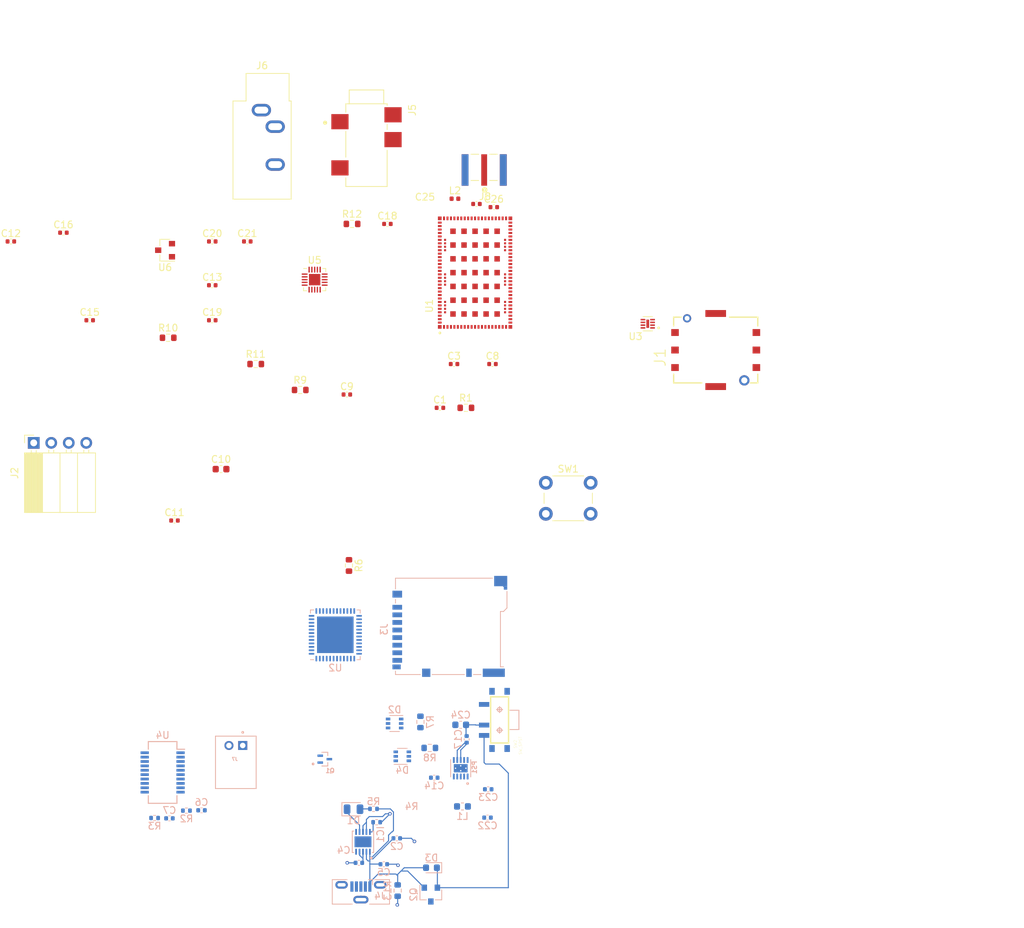
<source format=kicad_pcb>
(kicad_pcb (version 20171130) (host pcbnew "(5.1.9)-1")
  (layers (0 F.Cu signal) (1 GND signal hide) (2 VCC power) (31 B.Cu signal) (34 B.Paste user) (35 F.Paste user) (36 B.SilkS user) (37 F.SilkS user) (38 B.Mask user) (39 F.Mask user) (44 Edge.Cuts user))
  (net 0 "")
  (net 1 P0.31\NRF_PS_EN\1.1B)
  (net 2 "Net-(D2-Pad3)")
  (net 3 RTC_PS_EN\3.6C)
  (net 4 VBUS)
  (net 5 MODE\2.2F)
  (net 6 "Net-(D2-Pad6)")
  (net 7 +3V3)
  (net 8 "Net-(U2-Pad2)")
  (net 9 "Net-(U2-Pad3)")
  (net 10 "Net-(U2-Pad5)")
  (net 11 "Net-(U2-Pad6)")
  (net 12 "Net-(U2-Pad7)")
  (net 13 "Net-(U2-Pad8)")
  (net 14 ESP_RESET)
  (net 15 "Net-(U2-Pad10)")
  (net 16 "Net-(J3-Pad2)")
  (net 17 "Net-(U2-Pad12)")
  (net 18 "Net-(U2-Pad13)")
  (net 19 "Net-(U2-Pad14)")
  (net 20 "Net-(U2-Pad15)")
  (net 21 "Net-(U2-Pad16)")
  (net 22 "Net-(U2-Pad17)")
  (net 23 "Net-(U2-Pad18)")
  (net 24 "Net-(U2-Pad19)")
  (net 25 "Net-(U2-Pad20)")
  (net 26 "Net-(U2-Pad21)")
  (net 27 "Net-(U2-Pad22)")
  (net 28 "Net-(U2-Pad23)")
  (net 29 "Net-(U2-Pad24)")
  (net 30 "Net-(U2-Pad25)")
  (net 31 "Net-(J3-Pad4)")
  (net 32 "Net-(U2-Pad27)")
  (net 33 "Net-(U2-Pad28)")
  (net 34 "Net-(U2-Pad29)")
  (net 35 "Net-(J3-Pad3)")
  (net 36 "Net-(J3-Pad5)")
  (net 37 "Net-(J3-Pad7)")
  (net 38 "Net-(J3-Pad8)")
  (net 39 "Net-(U2-Pad34)")
  (net 40 "Net-(U2-Pad35)")
  (net 41 "Net-(U2-Pad36)")
  (net 42 "Net-(U2-Pad37)")
  (net 43 "Net-(U2-Pad38)")
  (net 44 "Net-(U2-Pad39)")
  (net 45 "Net-(U2-Pad40)")
  (net 46 "Net-(U2-Pad41)")
  (net 47 "Net-(U2-Pad42)")
  (net 48 "Net-(U2-Pad44)")
  (net 49 "Net-(U2-Pad45)")
  (net 50 "Net-(U2-Pad47)")
  (net 51 "Net-(U2-Pad48)")
  (net 52 -BATT)
  (net 53 RTS)
  (net 54 "Net-(C10-Pad2)")
  (net 55 RXD)
  (net 56 "Net-(U4-Pad5)")
  (net 57 "Net-(U4-Pad7)")
  (net 58 "Net-(U4-Pad8)")
  (net 59 "Net-(U4-Pad9)")
  (net 60 "Net-(R3-Pad1)")
  (net 61 "Net-(R2-Pad1)")
  (net 62 "Net-(U4-Pad18)")
  (net 63 TXD)
  (net 64 "Net-(J5-PadR1)")
  (net 65 "Net-(J5-PadR2)")
  (net 66 "Net-(J5-PadT)")
  (net 67 "Net-(C19-Pad1)")
  (net 68 "Net-(U5-Pad6)")
  (net 69 "Net-(U5-Pad7)")
  (net 70 "Net-(C20-Pad2)")
  (net 71 "Net-(C21-Pad2)")
  (net 72 "Net-(C18-Pad2)")
  (net 73 "Net-(R12-Pad2)")
  (net 74 MCLK)
  (net 75 LRCLK)
  (net 76 SCLK)
  (net 77 SDOUT)
  (net 78 SDIN)
  (net 79 "Net-(R11-Pad2)")
  (net 80 "Net-(R10-Pad2)")
  (net 81 +1V8)
  (net 82 "Net-(U6-Pad1)")
  (net 83 +BATT)
  (net 84 "Net-(C6-Pad1)")
  (net 85 "Net-(C7-Pad1)")
  (net 86 "Net-(C9-Pad1)")
  (net 87 "Net-(C14-Pad1)")
  (net 88 MIC)
  (net 89 "Net-(C20-Pad1)")
  (net 90 "Net-(C21-Pad1)")
  (net 91 "Net-(D1-Pad1)")
  (net 92 "Net-(D1-Pad2)")
  (net 93 SIM_VCC)
  (net 94 "Net-(J1-PadC2)")
  (net 95 "Net-(J1-PadC3)")
  (net 96 "Net-(J1-PadC6)")
  (net 97 "Net-(J1-PadC7)")
  (net 98 SS)
  (net 99 OLED_MOSI)
  (net 100 OLED_MISO)
  (net 101 OLED_SCK)
  (net 102 "Net-(J3-Pad1)")
  (net 103 "Net-(J3-Pad9)")
  (net 104 "Net-(J3-Pad6)")
  (net 105 "Net-(J4-Pad4)")
  (net 106 "Net-(J6-PadS)")
  (net 107 "Net-(L1-Pad1)")
  (net 108 "Net-(L1-Pad2)")
  (net 109 "Net-(PS1-Pad6)")
  (net 110 "Net-(IC1-Pad10)")
  (net 111 /EN)
  (net 112 "Net-(R9-Pad2)")
  (net 113 "Net-(SW1-Pad2)")
  (net 114 "Net-(SW1-Pad1)")
  (net 115 P0.05\USB_UART_RX\1.7E)
  (net 116 P0.06\USB_UART_TX\1.7D)
  (net 117 /FLASH_CS)
  (net 118 "Net-(U1-Pad10)")
  (net 119 /FLASH_WP)
  (net 120 /FLASH_SI)
  (net 121 /FLASH_HOLD)
  (net 122 /FLASH_SCK)
  (net 123 P0.12\MD\1.8B)
  (net 124 P0.13\A0\1.8B)
  (net 125 P0.14\A1\1.8B)
  (net 126 P0.15\A2\1.8B)
  (net 127 P0.16\A3\1.8B)
  (net 128 P0.17\A4\1.8B)
  (net 129 P0.18\A5\1.8B)
  (net 130 RESET\1.8B)
  (net 131 /SWCLK)
  (net 132 /SWDIO)
  (net 133 P0.20\VBAT_MEAS\1.5D)
  (net 134 P0.21\COPI\1.8B)
  (net 135 P0.22\CIPO\1.8B)
  (net 136 P0.23\RX\1.8B)
  (net 137 P0.24\TX\1.8B)
  (net 138 P0.25\VBAT_MEAS_EN\1.4D)
  (net 139 /SIM_RST)
  (net 140 "Net-(U1-Pad45)")
  (net 141 /SIM_CLK)
  (net 142 /SIM_IO)
  (net 143 "Net-(U1-Pad53)")
  (net 144 "Net-(U1-Pad54)")
  (net 145 "Net-(U1-Pad55)")
  (net 146 "Net-(U1-Pad57)")
  (net 147 "Net-(U1-Pad58)")
  (net 148 "Net-(U1-Pad59)")
  (net 149 LTE_ANT)
  (net 150 LTE_AUX)
  (net 151 /GPS)
  (net 152 P0.16\A3\1.6B)
  (net 153 "Net-(U1-Pad91)")
  (net 154 "Net-(U1-Pad92)")
  (net 155 /COEX0\LNA_EN)
  (net 156 P0.03\D7\1.6B)
  (net 157 P0.04\D8\1.6B)
  (net 158 "Net-(IC1-Pad6)")
  (net 159 "Net-(IC1-Pad5)")
  (net 160 /VIN)
  (net 161 "Net-(D3-Pad1)")
  (net 162 "Net-(U4-Pad14)")
  (net 163 "Net-(D4-Pad3)")
  (net 164 "Net-(IC1-Pad11)")
  (net 165 "Net-(U4-Pad20)")
  (net 166 "Net-(U4-Pad13)")
  (net 167 "Net-(U4-Pad12)")
  (net 168 "Net-(U4-Pad11)")
  (net 169 "Net-(U4-Pad4)")
  (net 170 "Net-(U4-Pad2)")
  (net 171 "Net-(U4-Pad1)")
  (net 172 "Net-(C26-Pad1)")
  (module Inductor_SMD:L_0402_1005Metric (layer F.Cu) (at 101.7294 11.5824)
    (fp_text reference L2 (at 0 -1.17) (layer F.SilkS))
    (fp_text value "250mA 39nH")
    (pad 2 smd roundrect (at 0.485 0) (size 0.59 0.64) (layers F.Cu F.Paste F.Mask) (net 52 -BATT))
    (pad 1 smd roundrect (at -0.485 0) (size 0.59 0.64) (layers F.Cu F.Paste F.Mask) (net 172 "Net-(C26-Pad1)"))
  )
  (module library:TAOGLAS_EMPCB.SMAFSTJ.B.HT (layer F.Cu) (at 105.9688 7.4168 180)
    (fp_text reference J8 (at -0.13514 -3.84871) (layer F.SilkS) (effects (font (size 1.000961 1.000961))))
    (fp_text value LTE_ANT_SMA)
    (pad SH4 smd rect (at 2.77 0 180) (size 1 4.56) (layers B.Cu B.Paste B.Mask))
    (pad SH3 smd rect (at -2.77 0 180) (size 1 4.56) (layers B.Cu B.Paste B.Mask))
    (pad SH2 smd rect (at 2.77 0 180) (size 1 4.56) (layers F.Cu F.Paste F.Mask))
    (pad SH1 smd rect (at -2.77 0 180) (size 1 4.56) (layers F.Cu F.Paste F.Mask))
    (pad 1 smd rect (at 0 0 180) (size 0.85 4.56) (layers F.Cu F.Paste F.Mask) (net 172 "Net-(C26-Pad1)"))
  )
  (module Capacitor_SMD:C_0402_1005Metric (layer F.Cu) (at 107.3656 12.8016)
    (fp_text reference C26 (at 0 -1.16) (layer F.SilkS))
    (fp_text value "50V 15pF")
    (pad 2 smd roundrect (at 0.48 0) (size 0.56 0.62) (layers F.Cu F.Paste F.Mask) (net 149 LTE_ANT))
    (pad 1 smd roundrect (at -0.48 0) (size 0.56 0.62) (layers F.Cu F.Paste F.Mask) (net 172 "Net-(C26-Pad1)"))
  )
  (module Capacitor_SMD:C_0402_1005Metric (layer F.Cu) (at 104.8512 12.3444)
    (fp_text reference C25 (at -7.4676 -1.0076) (layer F.SilkS))
    (fp_text value "50V 15pF")
    (pad 2 smd roundrect (at 0.48 0) (size 0.56 0.62) (layers F.Cu F.Paste F.Mask) (net 52 -BATT))
    (pad 1 smd roundrect (at -0.48 0) (size 0.56 0.62) (layers F.Cu F.Paste F.Mask) (net 149 LTE_ANT))
  )
  (module Capacitor_SMD:C_0603_1608Metric (layer B.Cu) (at 102.5652 87.884 180)
    (fp_text reference C24 (at 0 1.43) (layer B.SilkS) (effects (justify mirror)))
    (fp_text value 10uF)
    (pad 2 smd roundrect (at 0.775 0 180) (size 0.9 0.95) (layers B.Cu B.Paste B.Mask) (net 52 -BATT))
    (pad 1 smd roundrect (at -0.775 0 180) (size 0.9 0.95) (layers B.Cu B.Paste B.Mask) (net 160 /VIN))
  )
  (module Capacitor_SMD:C_0402_1005Metric (layer B.Cu) (at 106.5556 97.2312)
    (fp_text reference C23 (at 0 1.16) (layer B.SilkS) (effects (justify mirror)))
    (fp_text value 10u)
    (pad 2 smd roundrect (at 0.48 0) (size 0.56 0.62) (layers B.Cu B.Paste B.Mask) (net 52 -BATT))
    (pad 1 smd roundrect (at -0.48 0) (size 0.56 0.62) (layers B.Cu B.Paste B.Mask) (net 7 +3V3))
  )
  (module Capacitor_SMD:C_0402_1005Metric (layer B.Cu) (at 106.454 101.346)
    (fp_text reference C22 (at 0 1.16) (layer B.SilkS) (effects (justify mirror)))
    (fp_text value 10u)
    (pad 2 smd roundrect (at 0.48 0) (size 0.56 0.62) (layers B.Cu B.Paste B.Mask) (net 52 -BATT))
    (pad 1 smd roundrect (at -0.48 0) (size 0.56 0.62) (layers B.Cu B.Paste B.Mask) (net 7 +3V3))
  )
  (module Capacitor_SMD:C_0402_1005Metric (layer F.Cu) (at 71.615 17.78)
    (fp_text reference C21 (at 0 -1.16) (layer F.SilkS))
    (fp_text value 1uF)
    (pad 2 smd roundrect (at 0.48 0) (size 0.56 0.62) (layers F.Cu F.Paste F.Mask) (net 71 "Net-(C21-Pad2)"))
    (pad 1 smd roundrect (at -0.48 0) (size 0.56 0.62) (layers F.Cu F.Paste F.Mask) (net 90 "Net-(C21-Pad1)"))
  )
  (module Capacitor_SMD:C_0402_1005Metric (layer F.Cu) (at 66.535 17.78)
    (fp_text reference C20 (at 0 -1.16) (layer F.SilkS))
    (fp_text value 1uF)
    (pad 2 smd roundrect (at 0.48 0) (size 0.56 0.62) (layers F.Cu F.Paste F.Mask) (net 70 "Net-(C20-Pad2)"))
    (pad 1 smd roundrect (at -0.48 0) (size 0.56 0.62) (layers F.Cu F.Paste F.Mask) (net 89 "Net-(C20-Pad1)"))
  )
  (module Capacitor_SMD:C_0402_1005Metric (layer F.Cu) (at 66.535 29.21)
    (fp_text reference C19 (at 0 -1.16) (layer F.SilkS))
    (fp_text value 0.1uF)
    (pad 2 smd roundrect (at 0.48 0) (size 0.56 0.62) (layers F.Cu F.Paste F.Mask) (net 52 -BATT))
    (pad 1 smd roundrect (at -0.48 0) (size 0.56 0.62) (layers F.Cu F.Paste F.Mask) (net 67 "Net-(C19-Pad1)"))
  )
  (module Capacitor_SMD:C_0402_1005Metric (layer F.Cu) (at 91.935 15.24)
    (fp_text reference C18 (at 0 -1.16) (layer F.SilkS))
    (fp_text value 0.1uF)
    (pad 2 smd roundrect (at 0.48 0) (size 0.56 0.62) (layers F.Cu F.Paste F.Mask) (net 72 "Net-(C18-Pad2)"))
    (pad 1 smd roundrect (at -0.48 0) (size 0.56 0.62) (layers F.Cu F.Paste F.Mask) (net 88 MIC))
  )
  (module Capacitor_SMD:C_0402_1005Metric (layer B.Cu) (at 103.4288 89.9896 270)
    (fp_text reference C17 (at -0.0228 1.2192 90) (layer B.SilkS) (effects (justify mirror)))
    (fp_text value 10u)
    (pad 2 smd roundrect (at 0.48 0 270) (size 0.56 0.62) (layers B.Cu B.Paste B.Mask) (net 87 "Net-(C14-Pad1)"))
    (pad 1 smd roundrect (at -0.48 0 270) (size 0.56 0.62) (layers B.Cu B.Paste B.Mask) (net 160 /VIN))
  )
  (module "library:SON50P300X300X100-11N(1)" (layer B.Cu) (at 88.392 104.8512 90)
    (fp_text reference IC1 (at 1.076745 2.539135 90) (layer B.SilkS) (effects (font (size 1.00163 1.00163)) (justify mirror)))
    (fp_text value MCP73113-16SI_MF)
    (pad 11 smd rect (at 0 0 90) (size 1.575 2.45) (layers B.Cu B.Mask) (net 164 "Net-(IC1-Pad11)"))
    (pad 10 smd rect (at 1.435 1 90) (size 0.86 0.26) (layers B.Cu B.Paste B.Mask) (net 110 "Net-(IC1-Pad10)"))
    (pad 9 smd rect (at 1.435 0.5 90) (size 0.86 0.26) (layers B.Cu B.Paste B.Mask) (net 52 -BATT))
    (pad 8 smd rect (at 1.435 0 90) (size 0.86 0.26) (layers B.Cu B.Paste B.Mask) (net 52 -BATT))
    (pad 7 smd rect (at 1.435 -0.5 90) (size 0.86 0.26) (layers B.Cu B.Paste B.Mask) (net 91 "Net-(D1-Pad1)"))
    (pad 6 smd rect (at 1.435 -1 90) (size 0.86 0.26) (layers B.Cu B.Paste B.Mask) (net 158 "Net-(IC1-Pad6)"))
    (pad 5 smd rect (at -1.435 -1 90) (size 0.86 0.26) (layers B.Cu B.Paste B.Mask) (net 159 "Net-(IC1-Pad5)"))
    (pad 4 smd rect (at -1.435 -0.5 90) (size 0.86 0.26) (layers B.Cu B.Paste B.Mask) (net 83 +BATT))
    (pad 3 smd rect (at -1.435 0 90) (size 0.86 0.26) (layers B.Cu B.Paste B.Mask) (net 83 +BATT))
    (pad 2 smd rect (at -1.435 0.5 90) (size 0.86 0.26) (layers B.Cu B.Paste B.Mask) (net 4 VBUS))
    (pad 1 smd rect (at -1.435 1 90) (size 0.86 0.26) (layers B.Cu B.Paste B.Mask) (net 4 VBUS))
  )
  (module "library:JST_S2B-PH-K-S(LF)(SN)" (layer B.Cu) (at 69.9516 90.8812 180)
    (fp_text reference J7 (at 0.1524 -1.9812) (layer B.SilkS) (effects (font (size 0.48 0.48)) (justify mirror)))
    (fp_text value Conn_01x02_Male)
    (pad 2 thru_hole circle (at 1 0 180) (size 1.308 1.308) (drill 0.8) (layers *.Cu *.Mask) (net 83 +BATT))
    (pad 1 thru_hole rect (at -1 0 180) (size 1.308 1.308) (drill 0.8) (layers *.Cu *.Mask) (net 52 -BATT))
  )
  (module Capacitor_SMD:C_0402_1005Metric (layer F.Cu) (at 44.945 16.51)
    (fp_text reference C16 (at 0 -1.16) (layer F.SilkS))
    (fp_text value 1uF)
    (pad 2 smd roundrect (at 0.48 0) (size 0.56 0.62) (layers F.Cu F.Paste F.Mask) (net 52 -BATT))
    (pad 1 smd roundrect (at -0.48 0) (size 0.56 0.62) (layers F.Cu F.Paste F.Mask) (net 81 +1V8))
  )
  (module Capacitor_SMD:C_0402_1005Metric (layer F.Cu) (at 48.755 29.21)
    (fp_text reference C15 (at 0 -1.16) (layer F.SilkS))
    (fp_text value 0.1uF)
    (pad 2 smd roundrect (at 0.48 0) (size 0.56 0.62) (layers F.Cu F.Paste F.Mask) (net 52 -BATT))
    (pad 1 smd roundrect (at -0.48 0) (size 0.56 0.62) (layers F.Cu F.Paste F.Mask) (net 7 +3V3))
  )
  (module Capacitor_SMD:C_0402_1005Metric (layer B.Cu) (at 98.7272 95.5548)
    (fp_text reference C14 (at 0 1.16) (layer B.SilkS) (effects (justify mirror)))
    (fp_text value 0.1u)
    (pad 2 smd roundrect (at 0.48 0) (size 0.56 0.62) (layers B.Cu B.Paste B.Mask) (net 52 -BATT))
    (pad 1 smd roundrect (at -0.48 0) (size 0.56 0.62) (layers B.Cu B.Paste B.Mask) (net 87 "Net-(C14-Pad1)"))
  )
  (module Capacitor_SMD:C_0402_1005Metric (layer F.Cu) (at 66.535 24.13)
    (fp_text reference C13 (at 0 -1.16) (layer F.SilkS))
    (fp_text value 0.1uF)
    (pad 2 smd roundrect (at 0.48 0) (size 0.56 0.62) (layers F.Cu F.Paste F.Mask) (net 52 -BATT))
    (pad 1 smd roundrect (at -0.48 0) (size 0.56 0.62) (layers F.Cu F.Paste F.Mask) (net 81 +1V8))
  )
  (module Capacitor_SMD:C_0402_1005Metric (layer F.Cu) (at 37.325 17.78)
    (fp_text reference C12 (at 0 -1.16) (layer F.SilkS))
    (fp_text value 1uF)
    (pad 2 smd roundrect (at 0.48 0) (size 0.56 0.62) (layers F.Cu F.Paste F.Mask) (net 52 -BATT))
    (pad 1 smd roundrect (at -0.48 0) (size 0.56 0.62) (layers F.Cu F.Paste F.Mask) (net 7 +3V3))
  )
  (module Capacitor_SMD:C_0402_1005Metric (layer F.Cu) (at 61.055001 58.255001)
    (fp_text reference C11 (at 0 -1.16) (layer F.SilkS))
    (fp_text value 0.1uF)
    (pad 2 smd roundrect (at 0.48 0) (size 0.56 0.62) (layers F.Cu F.Paste F.Mask) (net 52 -BATT))
    (pad 1 smd roundrect (at -0.48 0) (size 0.56 0.62) (layers F.Cu F.Paste F.Mask) (net 7 +3V3))
  )
  (module Capacitor_SMD:C_0402_1005Metric (layer F.Cu) (at 86.0552 39.9796)
    (fp_text reference C9 (at 0 -1.16) (layer F.SilkS))
    (fp_text value 47u)
    (pad 2 smd roundrect (at 0.48 0) (size 0.56 0.62) (layers F.Cu F.Paste F.Mask) (net 52 -BATT))
    (pad 1 smd roundrect (at -0.48 0) (size 0.56 0.62) (layers F.Cu F.Paste F.Mask) (net 86 "Net-(C9-Pad1)"))
  )
  (module Capacitor_SMD:C_0402_1005Metric (layer F.Cu) (at 107.175 35.56)
    (fp_text reference C8 (at 0 -1.16) (layer F.SilkS))
    (fp_text value 4.7u)
    (pad 2 smd roundrect (at 0.48 0) (size 0.56 0.62) (layers F.Cu F.Paste F.Mask) (net 52 -BATT))
    (pad 1 smd roundrect (at -0.48 0) (size 0.56 0.62) (layers F.Cu F.Paste F.Mask) (net 7 +3V3))
  )
  (module Capacitor_SMD:C_0402_1005Metric (layer B.Cu) (at 60.3224 101.4476 180)
    (fp_text reference C7 (at 0 1.16) (layer B.SilkS) (effects (justify mirror)))
    (fp_text value 47pF)
    (pad 2 smd roundrect (at 0.48 0 180) (size 0.56 0.62) (layers B.Cu B.Paste B.Mask) (net 52 -BATT))
    (pad 1 smd roundrect (at -0.48 0 180) (size 0.56 0.62) (layers B.Cu B.Paste B.Mask) (net 85 "Net-(C7-Pad1)"))
  )
  (module Capacitor_SMD:C_0402_1005Metric (layer B.Cu) (at 64.9732 100.2792 180)
    (fp_text reference C6 (at 0 1.16) (layer B.SilkS) (effects (justify mirror)))
    (fp_text value 47pF)
    (pad 2 smd roundrect (at 0.48 0 180) (size 0.56 0.62) (layers B.Cu B.Paste B.Mask) (net 52 -BATT))
    (pad 1 smd roundrect (at -0.48 0 180) (size 0.56 0.62) (layers B.Cu B.Paste B.Mask) (net 84 "Net-(C6-Pad1)"))
  )
  (module Resistor_SMD:R_0402_1005Metric (layer B.Cu) (at 58.168 101.3968)
    (fp_text reference R3 (at 0 1.17) (layer B.SilkS) (effects (justify mirror)))
    (fp_text value 27)
    (pad 2 smd roundrect (at 0.51 0) (size 0.54 0.64) (layers B.Cu B.Paste B.Mask) (net 85 "Net-(C7-Pad1)"))
    (pad 1 smd roundrect (at -0.51 0) (size 0.54 0.64) (layers B.Cu B.Paste B.Mask) (net 60 "Net-(R3-Pad1)"))
  )
  (module Resistor_SMD:R_0402_1005Metric (layer B.Cu) (at 89.918 100.076)
    (fp_text reference R5 (at -0.002 -1.0668) (layer B.SilkS) (effects (justify mirror)))
    (fp_text value R_US)
    (pad 2 smd roundrect (at 0.51 0) (size 0.54 0.64) (layers B.Cu B.Paste B.Mask) (net 4 VBUS))
    (pad 1 smd roundrect (at -0.51 0) (size 0.54 0.64) (layers B.Cu B.Paste B.Mask) (net 92 "Net-(D1-Pad2)"))
  )
  (module Resistor_SMD:R_0402_1005Metric (layer B.Cu) (at 90.3732 102.0064 180)
    (fp_text reference R4 (at -5.08 2.286) (layer B.SilkS) (effects (justify mirror)))
    (fp_text value R_PROG)
    (pad 2 smd roundrect (at 0.51 0 180) (size 0.54 0.64) (layers B.Cu B.Paste B.Mask) (net 110 "Net-(IC1-Pad10)"))
    (pad 1 smd roundrect (at -0.51 0 180) (size 0.54 0.64) (layers B.Cu B.Paste B.Mask) (net 52 -BATT))
  )
  (module Resistor_SMD:R_0402_1005Metric (layer B.Cu) (at 62.7868 100.33)
    (fp_text reference R2 (at 0 1.17) (layer B.SilkS) (effects (justify mirror)))
    (fp_text value 27)
    (pad 2 smd roundrect (at 0.51 0) (size 0.54 0.64) (layers B.Cu B.Paste B.Mask) (net 84 "Net-(C6-Pad1)"))
    (pad 1 smd roundrect (at -0.51 0) (size 0.54 0.64) (layers B.Cu B.Paste B.Mask) (net 61 "Net-(R2-Pad1)"))
  )
  (module Capacitor_SMD:C_0402_1005Metric (layer B.Cu) (at 91.412 108.1024)
    (fp_text reference C5 (at 0 1.16) (layer B.SilkS) (effects (justify mirror)))
    (fp_text value 0.1uF)
    (pad 2 smd roundrect (at 0.48 0) (size 0.56 0.62) (layers B.Cu B.Paste B.Mask) (net 52 -BATT))
    (pad 1 smd roundrect (at -0.48 0) (size 0.56 0.62) (layers B.Cu B.Paste B.Mask) (net 4 VBUS))
  )
  (module Capacitor_SMD:C_0402_1005Metric (layer B.Cu) (at 87.7954 107.8992 180)
    (fp_text reference C4 (at 2.1974 1.8288) (layer B.SilkS) (effects (justify mirror)))
    (fp_text value C)
    (pad 2 smd roundrect (at 0.48 0 180) (size 0.56 0.62) (layers B.Cu B.Paste B.Mask) (net 52 -BATT))
    (pad 1 smd roundrect (at -0.48 0 180) (size 0.56 0.62) (layers B.Cu B.Paste B.Mask) (net 83 +BATT))
  )
  (module Capacitor_SMD:C_0402_1005Metric (layer F.Cu) (at 101.6 35.56)
    (fp_text reference C3 (at 0 -1.16) (layer F.SilkS))
    (fp_text value 4.7u)
    (pad 2 smd roundrect (at 0.48 0) (size 0.56 0.62) (layers F.Cu F.Paste F.Mask) (net 52 -BATT))
    (pad 1 smd roundrect (at -0.48 0) (size 0.56 0.62) (layers F.Cu F.Paste F.Mask) (net 7 +3V3))
  )
  (module Capacitor_SMD:C_0402_1005Metric (layer B.Cu) (at 93.2916 104.3432)
    (fp_text reference C2 (at 0 1.16) (layer B.SilkS) (effects (justify mirror)))
    (fp_text value 1u)
    (pad 2 smd roundrect (at 0.48 0) (size 0.56 0.62) (layers B.Cu B.Paste B.Mask) (net 52 -BATT))
    (pad 1 smd roundrect (at -0.48 0) (size 0.56 0.62) (layers B.Cu B.Paste B.Mask) (net 4 VBUS))
  )
  (module Capacitor_SMD:C_0402_1005Metric (layer F.Cu) (at 99.555 41.91)
    (fp_text reference C1 (at 0 -1.16) (layer F.SilkS))
    (fp_text value 4.7uF)
    (pad 2 smd roundrect (at 0.48 0) (size 0.56 0.62) (layers F.Cu F.Paste F.Mask) (net 52 -BATT))
    (pad 1 smd roundrect (at -0.48 0) (size 0.56 0.62) (layers F.Cu F.Paste F.Mask) (net 14 ESP_RESET))
  )
  (module Package_TO_SOT_SMD:SOT-363_SC-70-6 (layer B.Cu) (at 94.0968 92.456)
    (fp_text reference D4 (at 0 2) (layer B.SilkS) (effects (justify mirror)))
    (fp_text value BAV70S)
    (pad 6 smd rect (at 0.95 0.65) (size 0.65 0.4) (layers B.Cu B.Paste B.Mask))
    (pad 4 smd rect (at 0.95 -0.65) (size 0.65 0.4) (layers B.Cu B.Paste B.Mask) (net 5 MODE\2.2F))
    (pad 2 smd rect (at -0.95 0) (size 0.65 0.4) (layers B.Cu B.Paste B.Mask))
    (pad 5 smd rect (at 0.95 0) (size 0.65 0.4) (layers B.Cu B.Paste B.Mask) (net 3 RTC_PS_EN\3.6C))
    (pad 3 smd rect (at -0.95 -0.65) (size 0.65 0.4) (layers B.Cu B.Paste B.Mask) (net 163 "Net-(D4-Pad3)"))
    (pad 1 smd rect (at -0.95 0.65) (size 0.65 0.4) (layers B.Cu B.Paste B.Mask))
  )
  (module library:KPS-1290 (layer B.Cu) (at 108.204 87.1728 270)
    (fp_text reference SW2 (at 3.51536 -2.28854 270) (layer F.SilkS) (effects (font (size 0.4064 0.4064) (thickness 0.0254))))
    (fp_text value SW_SPST (at 3.71856 -3.02514 270) (layer F.SilkS) (effects (font (size 0.4064 0.4064) (thickness 0.0254))))
    (pad S smd rect (at 2.2479 2.2479 270) (size 0.6985 1.4986) (layers B.Cu B.Paste B.Mask))
    (pad P$4 smd rect (at 4.14782 1.09982 270) (size 0.99822 0.79756) (layers B.Cu B.Paste B.Mask))
    (pad P$3 smd rect (at 4.14782 -1.09982 270) (size 0.99822 0.79756) (layers B.Cu B.Paste B.Mask))
    (pad P$2 smd rect (at -4.14782 -1.09982 270) (size 0.99822 0.79756) (layers B.Cu B.Paste B.Mask))
    (pad P$1 smd rect (at -4.14782 1.09982 270) (size 0.99822 0.79756) (layers B.Cu B.Paste B.Mask))
    (pad P smd rect (at 0.7493 2.2479 270) (size 0.6985 1.4986) (layers B.Cu B.Paste B.Mask))
    (pad O smd rect (at -2.2479 2.2479 270) (size 0.6985 1.4986) (layers B.Cu B.Paste B.Mask))
  )
  (module Resistor_SMD:R_0603_1608Metric (layer B.Cu) (at 93.4212 111.9246 270)
    (fp_text reference R13 (at 0 1.43 90) (layer B.SilkS) (effects (justify mirror)))
    (fp_text value 100K)
    (pad 2 smd roundrect (at 0.825 0 270) (size 0.8 0.95) (layers B.Cu B.Paste B.Mask) (net 52 -BATT))
    (pad 1 smd roundrect (at -0.825 0 270) (size 0.8 0.95) (layers B.Cu B.Paste B.Mask) (net 4 VBUS))
  )
  (module Diode_SMD:D_0603_1608Metric (layer B.Cu) (at 98.3235 108.6104 180)
    (fp_text reference D3 (at 0 1.43) (layer B.SilkS) (effects (justify mirror)))
    (fp_text value D_Schottky)
    (pad 2 smd roundrect (at 0.7875 0 180) (size 0.875 0.95) (layers B.Cu B.Paste B.Mask) (net 4 VBUS))
    (pad 1 smd roundrect (at -0.7875 0 180) (size 0.875 0.95) (layers B.Cu B.Paste B.Mask) (net 161 "Net-(D3-Pad1)"))
  )
  (module Package_TO_SOT_SMD:SOT-23 (layer B.Cu) (at 98.232 112.506 270)
    (fp_text reference Q2 (at 0 2.5 270) (layer B.SilkS) (effects (justify mirror)))
    (fp_text value DMG2301L)
    (pad 3 smd rect (at 1 0 270) (size 0.9 0.8) (layers B.Cu B.Paste B.Mask) (net 83 +BATT))
    (pad 2 smd rect (at -1 -0.95 270) (size 0.9 0.8) (layers B.Cu B.Paste B.Mask) (net 161 "Net-(D3-Pad1)"))
    (pad 1 smd rect (at -1 0.95 270) (size 0.9 0.8) (layers B.Cu B.Paste B.Mask) (net 4 VBUS))
  )
  (module library:SON40P170X135X80-9N (layer F.Cu) (at 129.6924 29.718 180)
    (fp_text reference U3 (at 1.77 -1.842) (layer F.SilkS))
    (fp_text value TPD3F303DQDR)
    (pad 9 smd rect (at 0 0 180) (size 0.4 1.2) (layers F.Cu F.Mask) (net 52 -BATT))
    (pad 8 smd roundrect (at 0.695 -0.6 180) (size 0.68 0.22) (layers F.Cu F.Paste F.Mask) (roundrect_rratio 0.03) (net 139 /SIM_RST))
    (pad 7 smd roundrect (at 0.695 -0.2 180) (size 0.68 0.22) (layers F.Cu F.Paste F.Mask) (roundrect_rratio 0.03) (net 141 /SIM_CLK))
    (pad 6 smd roundrect (at 0.695 0.2 180) (size 0.68 0.22) (layers F.Cu F.Paste F.Mask) (roundrect_rratio 0.03) (net 142 /SIM_IO))
    (pad 5 smd roundrect (at 0.695 0.6 180) (size 0.68 0.22) (layers F.Cu F.Paste F.Mask) (roundrect_rratio 0.03) (net 93 SIM_VCC))
    (pad 4 smd roundrect (at -0.695 0.6 180) (size 0.68 0.22) (layers F.Cu F.Paste F.Mask) (roundrect_rratio 0.03))
    (pad 3 smd roundrect (at -0.695 0.2 180) (size 0.68 0.22) (layers F.Cu F.Paste F.Mask) (roundrect_rratio 0.03) (net 97 "Net-(J1-PadC7)"))
    (pad 2 smd roundrect (at -0.695 -0.2 180) (size 0.68 0.22) (layers F.Cu F.Paste F.Mask) (roundrect_rratio 0.03) (net 95 "Net-(J1-PadC3)"))
    (pad 1 smd roundrect (at -0.695 -0.6 180) (size 0.68 0.22) (layers F.Cu F.Paste F.Mask) (roundrect_rratio 0.03) (net 94 "Net-(J1-PadC2)"))
  )
  (module library:XCVR_NRF9160-SICA-R7 (layer F.Cu) (at 104.648 22.3012 90)
    (fp_text reference U1 (at -4.825 -6.635 90) (layer F.SilkS))
    (fp_text value NRF9160-SICA-R7)
    (pad 1 smd rect (at -7.87 -5.12 90) (size 0.54 0.54) (layers F.Cu F.Paste F.Mask) (net 52 -BATT))
    (pad 2 smd rect (at -7.87 -4.5 90) (size 0.54 0.3) (layers F.Cu F.Paste F.Mask) (net 115 P0.05\USB_UART_RX\1.7E))
    (pad 3 smd rect (at -7.87 -4 90) (size 0.54 0.3) (layers F.Cu F.Paste F.Mask) (net 116 P0.06\USB_UART_TX\1.7D))
    (pad 4 smd rect (at -7.87 -3.5 90) (size 0.54 0.3) (layers F.Cu F.Paste F.Mask) (net 117 /FLASH_CS))
    (pad 5 smd rect (at -7.87 -3 90) (size 0.54 0.3) (layers F.Cu F.Paste F.Mask) (net 52 -BATT))
    (pad 6 smd rect (at -7.87 -2.5 90) (size 0.54 0.3) (layers F.Cu F.Paste F.Mask) (net 118 "Net-(U1-Pad10)"))
    (pad 7 smd rect (at -7.87 -2 90) (size 0.54 0.3) (layers F.Cu F.Paste F.Mask) (net 118 "Net-(U1-Pad10)"))
    (pad 8 smd rect (at -7.87 -1.5 90) (size 0.54 0.3) (layers F.Cu F.Paste F.Mask) (net 118 "Net-(U1-Pad10)"))
    (pad 9 smd rect (at -7.87 -1 90) (size 0.54 0.3) (layers F.Cu F.Paste F.Mask) (net 52 -BATT))
    (pad 10 smd rect (at -7.87 -0.5 90) (size 0.54 0.3) (layers F.Cu F.Paste F.Mask) (net 118 "Net-(U1-Pad10)"))
    (pad 11 smd rect (at -7.87 0 90) (size 0.54 0.3) (layers F.Cu F.Paste F.Mask) (net 118 "Net-(U1-Pad10)"))
    (pad 12 smd rect (at -7.87 0.5 90) (size 0.54 0.3) (layers F.Cu F.Paste F.Mask) (net 7 +3V3))
    (pad 13 smd rect (at -7.87 1 90) (size 0.54 0.3) (layers F.Cu F.Paste F.Mask) (net 86 "Net-(C9-Pad1)"))
    (pad 14 smd rect (at -7.87 1.5 90) (size 0.54 0.3) (layers F.Cu F.Paste F.Mask) (net 52 -BATT))
    (pad 15 smd rect (at -7.87 2 90) (size 0.54 0.3) (layers F.Cu F.Paste F.Mask) (net 119 /FLASH_WP))
    (pad 16 smd rect (at -7.87 2.5 90) (size 0.54 0.3) (layers F.Cu F.Paste F.Mask) (net 120 /FLASH_SI))
    (pad 17 smd rect (at -7.87 3 90) (size 0.54 0.3) (layers F.Cu F.Paste F.Mask) (net 52 -BATT))
    (pad 18 smd rect (at -7.87 3.5 90) (size 0.54 0.3) (layers F.Cu F.Paste F.Mask) (net 121 /FLASH_HOLD))
    (pad 19 smd rect (at -7.87 4 90) (size 0.54 0.3) (layers F.Cu F.Paste F.Mask) (net 122 /FLASH_SCK))
    (pad 20 smd rect (at -7.87 4.5 90) (size 0.54 0.3) (layers F.Cu F.Paste F.Mask) (net 123 P0.12\MD\1.8B))
    (pad 21 smd rect (at -7.87 5.12 90) (size 0.54 0.54) (layers F.Cu F.Paste F.Mask) (net 52 -BATT))
    (pad 22 smd rect (at -7.25 5.12 90) (size 0.3 0.54) (layers F.Cu F.Paste F.Mask) (net 7 +3V3))
    (pad 23 smd rect (at -6.75 5.12 90) (size 0.3 0.54) (layers F.Cu F.Paste F.Mask) (net 124 P0.13\A0\1.8B))
    (pad 24 smd rect (at -6.25 5.12 90) (size 0.3 0.54) (layers F.Cu F.Paste F.Mask) (net 125 P0.14\A1\1.8B))
    (pad 25 smd rect (at -5.75 5.12 90) (size 0.3 0.54) (layers F.Cu F.Paste F.Mask) (net 126 P0.15\A2\1.8B))
    (pad 26 smd rect (at -5.25 5.12 90) (size 0.3 0.54) (layers F.Cu F.Paste F.Mask) (net 127 P0.16\A3\1.8B))
    (pad 27 smd rect (at -4.75 5.12 90) (size 0.3 0.54) (layers F.Cu F.Paste F.Mask) (net 52 -BATT))
    (pad 28 smd rect (at -4.25 5.12 90) (size 0.3 0.54) (layers F.Cu F.Paste F.Mask) (net 128 P0.17\A4\1.8B))
    (pad 29 smd rect (at -3.75 5.12 90) (size 0.3 0.54) (layers F.Cu F.Paste F.Mask) (net 129 P0.18\A5\1.8B))
    (pad 30 smd rect (at -3.25 5.12 90) (size 0.3 0.54) (layers F.Cu F.Paste F.Mask) (net 76 SCLK))
    (pad 31 smd rect (at -2.75 5.12 90) (size 0.3 0.54) (layers F.Cu F.Paste F.Mask) (net 52 -BATT))
    (pad 32 smd rect (at -2.25 5.12 90) (size 0.3 0.54) (layers F.Cu F.Paste F.Mask) (net 130 RESET\1.8B))
    (pad 33 smd rect (at -1.75 5.12 90) (size 0.3 0.54) (layers F.Cu F.Paste F.Mask) (net 131 /SWCLK))
    (pad 34 smd rect (at -1.25 5.12 90) (size 0.3 0.54) (layers F.Cu F.Paste F.Mask) (net 132 /SWDIO))
    (pad 35 smd rect (at -0.75 5.12 90) (size 0.3 0.54) (layers F.Cu F.Paste F.Mask) (net 133 P0.20\VBAT_MEAS\1.5D))
    (pad 36 smd rect (at -0.25 5.12 90) (size 0.3 0.54) (layers F.Cu F.Paste F.Mask) (net 52 -BATT))
    (pad 37 smd rect (at 0.25 5.12 90) (size 0.3 0.54) (layers F.Cu F.Paste F.Mask) (net 134 P0.21\COPI\1.8B))
    (pad 38 smd rect (at 0.75 5.12 90) (size 0.3 0.54) (layers F.Cu F.Paste F.Mask) (net 135 P0.22\CIPO\1.8B))
    (pad 39 smd rect (at 1.25 5.12 90) (size 0.3 0.54) (layers F.Cu F.Paste F.Mask) (net 136 P0.23\RX\1.8B))
    (pad 40 smd rect (at 1.75 5.12 90) (size 0.3 0.54) (layers F.Cu F.Paste F.Mask) (net 137 P0.24\TX\1.8B))
    (pad 41 smd rect (at 2.25 5.12 90) (size 0.3 0.54) (layers F.Cu F.Paste F.Mask) (net 52 -BATT))
    (pad 42 smd rect (at 2.75 5.12 90) (size 0.3 0.54) (layers F.Cu F.Paste F.Mask) (net 138 P0.25\VBAT_MEAS_EN\1.4D))
    (pad 43 smd rect (at 3.25 5.12 90) (size 0.3 0.54) (layers F.Cu F.Paste F.Mask) (net 139 /SIM_RST))
    (pad 44 smd rect (at 3.75 5.12 90) (size 0.3 0.54) (layers F.Cu F.Paste F.Mask) (net 52 -BATT))
    (pad 45 smd rect (at 4.25 5.12 90) (size 0.3 0.54) (layers F.Cu F.Paste F.Mask) (net 140 "Net-(U1-Pad45)"))
    (pad 46 smd rect (at 4.75 5.12 90) (size 0.3 0.54) (layers F.Cu F.Paste F.Mask) (net 141 /SIM_CLK))
    (pad 47 smd rect (at 5.25 5.12 90) (size 0.3 0.54) (layers F.Cu F.Paste F.Mask) (net 52 -BATT))
    (pad 48 smd rect (at 5.75 5.12 90) (size 0.3 0.54) (layers F.Cu F.Paste F.Mask) (net 142 /SIM_IO))
    (pad 49 smd rect (at 6.25 5.12 90) (size 0.3 0.54) (layers F.Cu F.Paste F.Mask) (net 93 SIM_VCC))
    (pad 50 smd rect (at 6.75 5.12 90) (size 0.3 0.54) (layers F.Cu F.Paste F.Mask) (net 52 -BATT))
    (pad 51 smd rect (at 7.25 5.12 90) (size 0.3 0.54) (layers F.Cu F.Paste F.Mask) (net 118 "Net-(U1-Pad10)"))
    (pad 52 smd rect (at 7.87 5.12 90) (size 0.54 0.54) (layers F.Cu F.Paste F.Mask) (net 52 -BATT))
    (pad 53 smd rect (at 7.87 4.5 90) (size 0.54 0.3) (layers F.Cu F.Paste F.Mask) (net 143 "Net-(U1-Pad53)"))
    (pad 54 smd rect (at 7.87 4 90) (size 0.54 0.3) (layers F.Cu F.Paste F.Mask) (net 144 "Net-(U1-Pad54)"))
    (pad 55 smd rect (at 7.87 3.5 90) (size 0.54 0.3) (layers F.Cu F.Paste F.Mask) (net 145 "Net-(U1-Pad55)"))
    (pad 56 smd rect (at 7.87 3 90) (size 0.54 0.3) (layers F.Cu F.Paste F.Mask) (net 52 -BATT))
    (pad 57 smd rect (at 7.87 2.5 90) (size 0.54 0.3) (layers F.Cu F.Paste F.Mask) (net 146 "Net-(U1-Pad57)"))
    (pad 58 smd rect (at 7.87 2 90) (size 0.54 0.3) (layers F.Cu F.Paste F.Mask) (net 147 "Net-(U1-Pad58)"))
    (pad 59 smd rect (at 7.87 1.5 90) (size 0.54 0.3) (layers F.Cu F.Paste F.Mask) (net 148 "Net-(U1-Pad59)"))
    (pad 60 smd rect (at 7.87 1 90) (size 0.54 0.3) (layers F.Cu F.Paste F.Mask) (net 52 -BATT))
    (pad 61 smd rect (at 7.87 0.5 90) (size 0.54 0.3) (layers F.Cu F.Paste F.Mask) (net 149 LTE_ANT))
    (pad 62 smd rect (at 7.87 0 90) (size 0.54 0.3) (layers F.Cu F.Paste F.Mask) (net 52 -BATT))
    (pad 63 smd rect (at 7.87 -0.5 90) (size 0.54 0.3) (layers F.Cu F.Paste F.Mask) (net 52 -BATT))
    (pad 64 smd rect (at 7.87 -1 90) (size 0.54 0.3) (layers F.Cu F.Paste F.Mask) (net 150 LTE_AUX))
    (pad 65 smd rect (at 7.87 -1.5 90) (size 0.54 0.3) (layers F.Cu F.Paste F.Mask) (net 52 -BATT))
    (pad 66 smd rect (at 7.87 -2 90) (size 0.54 0.3) (layers F.Cu F.Paste F.Mask) (net 52 -BATT))
    (pad 67 smd rect (at 7.87 -2.5 90) (size 0.54 0.3) (layers F.Cu F.Paste F.Mask) (net 151 /GPS))
    (pad 68 smd rect (at 7.87 -3 90) (size 0.54 0.3) (layers F.Cu F.Paste F.Mask) (net 118 "Net-(U1-Pad10)"))
    (pad 69 smd rect (at 7.87 -3.5 90) (size 0.54 0.3) (layers F.Cu F.Paste F.Mask) (net 118 "Net-(U1-Pad10)"))
    (pad 70 smd rect (at 7.87 -4 90) (size 0.54 0.3) (layers F.Cu F.Paste F.Mask) (net 118 "Net-(U1-Pad10)"))
    (pad 71 smd rect (at 7.87 -4.5 90) (size 0.54 0.3) (layers F.Cu F.Paste F.Mask) (net 118 "Net-(U1-Pad10)"))
    (pad 72 smd rect (at 7.87 -5.12 90) (size 0.54 0.54) (layers F.Cu F.Paste F.Mask) (net 52 -BATT))
    (pad 73 smd rect (at 7.25 -5.12 90) (size 0.3 0.54) (layers F.Cu F.Paste F.Mask) (net 118 "Net-(U1-Pad10)"))
    (pad 74 smd rect (at 6.75 -5.12 90) (size 0.3 0.54) (layers F.Cu F.Paste F.Mask) (net 52 -BATT))
    (pad 75 smd rect (at 6.25 -5.12 90) (size 0.3 0.54) (layers F.Cu F.Paste F.Mask) (net 52 -BATT))
    (pad 76 smd rect (at 5.75 -5.12 90) (size 0.3 0.54) (layers F.Cu F.Paste F.Mask) (net 52 -BATT))
    (pad 77 smd rect (at 5.25 -5.12 90) (size 0.3 0.54) (layers F.Cu F.Paste F.Mask) (net 52 -BATT))
    (pad 78 smd rect (at 4.75 -5.12 90) (size 0.3 0.54) (layers F.Cu F.Paste F.Mask) (net 52 -BATT))
    (pad 79 smd rect (at 4.25 -5.12 90) (size 0.3 0.54) (layers F.Cu F.Paste F.Mask) (net 52 -BATT))
    (pad 80 smd rect (at 3.75 -5.12 90) (size 0.3 0.54) (layers F.Cu F.Paste F.Mask) (net 52 -BATT))
    (pad 81 smd rect (at 3.25 -5.12 90) (size 0.3 0.54) (layers F.Cu F.Paste F.Mask) (net 52 -BATT))
    (pad 82 smd rect (at 2.75 -5.12 90) (size 0.3 0.54) (layers F.Cu F.Paste F.Mask) (net 52 -BATT))
    (pad 83 smd rect (at 2.25 -5.12 90) (size 0.3 0.54) (layers F.Cu F.Paste F.Mask) (net 77 SDOUT))
    (pad 84 smd rect (at 1.75 -5.12 90) (size 0.3 0.54) (layers F.Cu F.Paste F.Mask) (net 78 SDIN))
    (pad 85 smd rect (at 1.25 -5.12 90) (size 0.3 0.54) (layers F.Cu F.Paste F.Mask) (net 52 -BATT))
    (pad 86 smd rect (at 0.75 -5.12 90) (size 0.3 0.54) (layers F.Cu F.Paste F.Mask) (net 74 MCLK))
    (pad 87 smd rect (at 0.25 -5.12 90) (size 0.3 0.54) (layers F.Cu F.Paste F.Mask) (net 75 LRCLK))
    (pad 88 smd rect (at -0.25 -5.12 90) (size 0.3 0.54) (layers F.Cu F.Paste F.Mask) (net 152 P0.16\A3\1.6B))
    (pad 89 smd rect (at -0.75 -5.12 90) (size 0.3 0.54) (layers F.Cu F.Paste F.Mask) (net 1 P0.31\NRF_PS_EN\1.1B))
    (pad 90 smd rect (at -1.25 -5.12 90) (size 0.3 0.54) (layers F.Cu F.Paste F.Mask) (net 52 -BATT))
    (pad 91 smd rect (at -1.75 -5.12 90) (size 0.3 0.54) (layers F.Cu F.Paste F.Mask) (net 153 "Net-(U1-Pad91)"))
    (pad 92 smd rect (at -2.25 -5.12 90) (size 0.3 0.54) (layers F.Cu F.Paste F.Mask) (net 154 "Net-(U1-Pad92)"))
    (pad 93 smd rect (at -2.75 -5.12 90) (size 0.3 0.54) (layers F.Cu F.Paste F.Mask) (net 155 /COEX0\LNA_EN))
    (pad 94 smd rect (at -3.25 -5.12 90) (size 0.3 0.54) (layers F.Cu F.Paste F.Mask) (net 52 -BATT))
    (pad 95 smd rect (at -3.75 -5.12 90) (size 0.3 0.54) (layers F.Cu F.Paste F.Mask) (net 101 OLED_SCK))
    (pad 96 smd rect (at -4.25 -5.12 90) (size 0.3 0.54) (layers F.Cu F.Paste F.Mask) (net 100 OLED_MISO))
    (pad 97 smd rect (at -4.75 -5.12 90) (size 0.3 0.54) (layers F.Cu F.Paste F.Mask) (net 99 OLED_MOSI))
    (pad 98 smd rect (at -5.25 -5.12 90) (size 0.3 0.54) (layers F.Cu F.Paste F.Mask) (net 52 -BATT))
    (pad 99 smd rect (at -5.75 -5.12 90) (size 0.3 0.54) (layers F.Cu F.Paste F.Mask) (net 156 P0.03\D7\1.6B))
    (pad 100 smd rect (at -6.25 -5.12 90) (size 0.3 0.54) (layers F.Cu F.Paste F.Mask) (net 157 P0.04\D8\1.6B))
    (pad 101 smd rect (at -6.75 -5.12 90) (size 0.3 0.54) (layers F.Cu F.Paste F.Mask) (net 112 "Net-(R9-Pad2)"))
    (pad 102 smd rect (at -7.25 -5.12 90) (size 0.3 0.54) (layers F.Cu F.Paste F.Mask) (net 7 +3V3))
    (pad 103_4 smd rect (at 0 -3.2 90) (size 0.8 0.8) (layers F.Cu F.Paste F.Mask) (net 52 -BATT))
    (pad 103_3 smd rect (at -2 -3.2 90) (size 0.8 0.8) (layers F.Cu F.Paste F.Mask) (net 52 -BATT))
    (pad 103_2 smd rect (at -4 -3.2 90) (size 0.8 0.8) (layers F.Cu F.Paste F.Mask) (net 52 -BATT))
    (pad 103_15 smd rect (at -6 0 90) (size 0.8 0.8) (layers F.Cu F.Paste F.Mask) (net 52 -BATT))
    (pad 103_8 smd rect (at -6 -1.6 90) (size 0.8 0.8) (layers F.Cu F.Paste F.Mask) (net 52 -BATT))
    (pad 103_1 smd rect (at -6 -3.2 90) (size 0.8 0.8) (layers F.Cu F.Paste F.Mask) (net 52 -BATT))
    (pad 103_22 smd rect (at -6 1.6 90) (size 0.8 0.8) (layers F.Cu F.Paste F.Mask) (net 52 -BATT))
    (pad 103_29 smd rect (at -6 3.2 90) (size 0.8 0.8) (layers F.Cu F.Paste F.Mask) (net 52 -BATT))
    (pad 103_5 smd rect (at 2 -3.2 90) (size 0.8 0.8) (layers F.Cu F.Paste F.Mask) (net 52 -BATT))
    (pad 103_6 smd rect (at 4 -3.2 90) (size 0.8 0.8) (layers F.Cu F.Paste F.Mask) (net 52 -BATT))
    (pad 103_7 smd rect (at 6 -3.2 90) (size 0.8 0.8) (layers F.Cu F.Paste F.Mask) (net 52 -BATT))
    (pad 124 smd rect (at -4.25 -4.35 90) (size 0.3 0.3) (layers F.Cu F.Paste F.Mask) (net 118 "Net-(U1-Pad10)"))
    (pad 125 smd rect (at -4.75 -4.35 90) (size 0.3 0.3) (layers F.Cu F.Paste F.Mask) (net 118 "Net-(U1-Pad10)"))
    (pad 126 smd rect (at -5.25 -4.35 90) (size 0.3 0.3) (layers F.Cu F.Paste F.Mask) (net 118 "Net-(U1-Pad10)"))
    (pad 127 smd rect (at -5.75 -4.35 90) (size 0.3 0.3) (layers F.Cu F.Paste F.Mask) (net 118 "Net-(U1-Pad10)"))
    (pad 123 smd rect (at -1.75 -4.35 90) (size 0.3 0.3) (layers F.Cu F.Paste F.Mask) (net 118 "Net-(U1-Pad10)"))
    (pad 122 smd rect (at -1.25 -4.35 90) (size 0.3 0.3) (layers F.Cu F.Paste F.Mask) (net 118 "Net-(U1-Pad10)"))
    (pad 121 smd rect (at -0.75 -4.35 90) (size 0.3 0.3) (layers F.Cu F.Paste F.Mask) (net 118 "Net-(U1-Pad10)"))
    (pad 120 smd rect (at -0.25 -4.35 90) (size 0.3 0.3) (layers F.Cu F.Paste F.Mask) (net 118 "Net-(U1-Pad10)"))
    (pad 119 smd rect (at 3.25 -4.35 90) (size 0.3 0.3) (layers F.Cu F.Paste F.Mask) (net 118 "Net-(U1-Pad10)"))
    (pad 118 smd rect (at 3.75 -4.35 90) (size 0.3 0.3) (layers F.Cu F.Paste F.Mask) (net 118 "Net-(U1-Pad10)"))
    (pad 117 smd rect (at 4.25 -4.35 90) (size 0.3 0.3) (layers F.Cu F.Paste F.Mask) (net 118 "Net-(U1-Pad10)"))
    (pad 116 smd rect (at 4.75 -4.35 90) (size 0.3 0.3) (layers F.Cu F.Paste F.Mask) (net 118 "Net-(U1-Pad10)"))
    (pad 107 smd rect (at -4.25 4.35 90) (size 0.3 0.3) (layers F.Cu F.Paste F.Mask) (net 118 "Net-(U1-Pad10)"))
    (pad 106 smd rect (at -4.75 4.35 90) (size 0.3 0.3) (layers F.Cu F.Paste F.Mask) (net 118 "Net-(U1-Pad10)"))
    (pad 105 smd rect (at -5.25 4.35 90) (size 0.3 0.3) (layers F.Cu F.Paste F.Mask) (net 118 "Net-(U1-Pad10)"))
    (pad 104 smd rect (at -5.75 4.35 90) (size 0.3 0.3) (layers F.Cu F.Paste F.Mask) (net 118 "Net-(U1-Pad10)"))
    (pad 108 smd rect (at -1.75 4.35 90) (size 0.3 0.3) (layers F.Cu F.Paste F.Mask) (net 118 "Net-(U1-Pad10)"))
    (pad 109 smd rect (at -1.25 4.35 90) (size 0.3 0.3) (layers F.Cu F.Paste F.Mask) (net 118 "Net-(U1-Pad10)"))
    (pad 110 smd rect (at -0.75 4.35 90) (size 0.3 0.3) (layers F.Cu F.Paste F.Mask) (net 118 "Net-(U1-Pad10)"))
    (pad 111 smd rect (at -0.25 4.35 90) (size 0.3 0.3) (layers F.Cu F.Paste F.Mask) (net 118 "Net-(U1-Pad10)"))
    (pad 112 smd rect (at 3.25 4.35 90) (size 0.3 0.3) (layers F.Cu F.Paste F.Mask) (net 118 "Net-(U1-Pad10)"))
    (pad 113 smd rect (at 3.75 4.35 90) (size 0.3 0.3) (layers F.Cu F.Paste F.Mask) (net 118 "Net-(U1-Pad10)"))
    (pad 114 smd rect (at 4.25 4.35 90) (size 0.3 0.3) (layers F.Cu F.Paste F.Mask) (net 118 "Net-(U1-Pad10)"))
    (pad 115 smd rect (at 4.75 4.35 90) (size 0.3 0.3) (layers F.Cu F.Paste F.Mask) (net 118 "Net-(U1-Pad10)"))
    (pad 103_9 smd rect (at -4 -1.6 90) (size 0.8 0.8) (layers F.Cu F.Paste F.Mask) (net 52 -BATT))
    (pad 103_10 smd rect (at -2 -1.6 90) (size 0.8 0.8) (layers F.Cu F.Paste F.Mask) (net 52 -BATT))
    (pad 103_11 smd rect (at 0 -1.6 90) (size 0.8 0.8) (layers F.Cu F.Paste F.Mask) (net 52 -BATT))
    (pad 103_12 smd rect (at 2 -1.6 90) (size 0.8 0.8) (layers F.Cu F.Paste F.Mask) (net 52 -BATT))
    (pad 103_13 smd rect (at 4 -1.6 90) (size 0.8 0.8) (layers F.Cu F.Paste F.Mask) (net 52 -BATT))
    (pad 103_14 smd rect (at 6 -1.6 90) (size 0.8 0.8) (layers F.Cu F.Paste F.Mask) (net 52 -BATT))
    (pad 103_16 smd rect (at -4 0 90) (size 0.8 0.8) (layers F.Cu F.Paste F.Mask) (net 52 -BATT))
    (pad 103_17 smd rect (at -2 0 90) (size 0.8 0.8) (layers F.Cu F.Paste F.Mask) (net 52 -BATT))
    (pad 103_18 smd rect (at 0 0 90) (size 0.8 0.8) (layers F.Cu F.Paste F.Mask) (net 52 -BATT))
    (pad 103_19 smd rect (at 2 0 90) (size 0.8 0.8) (layers F.Cu F.Paste F.Mask) (net 52 -BATT))
    (pad 103_20 smd rect (at 4 0 90) (size 0.8 0.8) (layers F.Cu F.Paste F.Mask) (net 52 -BATT))
    (pad 103_21 smd rect (at 6 0 90) (size 0.8 0.8) (layers F.Cu F.Paste F.Mask) (net 52 -BATT))
    (pad 103_23 smd rect (at -4 1.6 90) (size 0.8 0.8) (layers F.Cu F.Paste F.Mask) (net 52 -BATT))
    (pad 103_24 smd rect (at -2 1.6 90) (size 0.8 0.8) (layers F.Cu F.Paste F.Mask) (net 52 -BATT))
    (pad 103_25 smd rect (at 0 1.6 90) (size 0.8 0.8) (layers F.Cu F.Paste F.Mask) (net 52 -BATT))
    (pad 103_26 smd rect (at 2 1.6 90) (size 0.8 0.8) (layers F.Cu F.Paste F.Mask) (net 52 -BATT))
    (pad 103_27 smd rect (at 4 1.6 90) (size 0.8 0.8) (layers F.Cu F.Paste F.Mask) (net 52 -BATT))
    (pad 103_28 smd rect (at 6 1.6 90) (size 0.8 0.8) (layers F.Cu F.Paste F.Mask) (net 52 -BATT))
    (pad 103_30 smd rect (at -4 3.2 90) (size 0.8 0.8) (layers F.Cu F.Paste F.Mask) (net 52 -BATT))
    (pad 103_31 smd rect (at -2 3.2 90) (size 0.8 0.8) (layers F.Cu F.Paste F.Mask) (net 52 -BATT))
    (pad 103_32 smd rect (at 0 3.2 90) (size 0.8 0.8) (layers F.Cu F.Paste F.Mask) (net 52 -BATT))
    (pad 103_33 smd rect (at 2 3.2 90) (size 0.8 0.8) (layers F.Cu F.Paste F.Mask) (net 52 -BATT))
    (pad 103_34 smd rect (at 4 3.2 90) (size 0.8 0.8) (layers F.Cu F.Paste F.Mask) (net 52 -BATT))
    (pad 103_35 smd rect (at 6 3.2 90) (size 0.8 0.8) (layers F.Cu F.Paste F.Mask) (net 52 -BATT))
  )
  (module library:SOTFL50P160X85-3N (layer B.Cu) (at 82.8548 92.8624)
    (fp_text reference Q1 (at 0.762 1.6764 180) (layer B.SilkS) (effects (font (size 0.64 0.64)) (justify mirror)))
    (fp_text value RE1C002UNTCL)
    (pad 3 smd roundrect (at 0.66 0) (size 0.81 0.35) (layers B.Cu B.Paste B.Mask) (roundrect_rratio 0.04) (net 109 "Net-(PS1-Pad6)"))
    (pad 2 smd roundrect (at -0.66 -0.5) (size 0.81 0.35) (layers B.Cu B.Paste B.Mask) (roundrect_rratio 0.04) (net 52 -BATT))
    (pad 1 smd roundrect (at -0.66 0.5) (size 0.81 0.35) (layers B.Cu B.Paste B.Mask) (roundrect_rratio 0.04) (net 111 /EN))
  )
  (module library:SON50P250X250X80-11N (layer B.Cu) (at 102.5652 94.1832 90)
    (fp_text reference PS1 (at 0.132 2.0064 90) (layer B.SilkS) (effects (font (size 0.64 0.64)) (justify mirror)))
    (fp_text value TPS63031DSKR)
    (pad 15 thru_hole circle (at 0 -0.75 90) (size 0.3 0.3) (drill 0.2) (layers *.Cu))
    (pad 14 thru_hole circle (at 0 0.75 90) (size 0.3 0.3) (drill 0.2) (layers *.Cu))
    (pad 13 thru_hole circle (at -0.35 0 90) (size 0.3 0.3) (drill 0.2) (layers *.Cu))
    (pad 12 thru_hole circle (at 0.35 0 90) (size 0.3 0.3) (drill 0.2) (layers *.Cu))
    (pad 11 smd rect (at 0 0 90) (size 1.2 2) (layers B.Cu B.Mask) (net 52 -BATT))
    (pad 10 smd rect (at 1.195 1 90) (size 0.84 0.27) (layers B.Cu B.Paste B.Mask) (net 7 +3V3))
    (pad 9 smd rect (at 1.195 0.5 90) (size 0.84 0.27) (layers B.Cu B.Paste B.Mask) (net 52 -BATT))
    (pad 8 smd rect (at 1.195 0 90) (size 0.84 0.27) (layers B.Cu B.Paste B.Mask) (net 87 "Net-(C14-Pad1)"))
    (pad 7 smd rect (at 1.195 -0.5 90) (size 0.84 0.27) (layers B.Cu B.Paste B.Mask) (net 87 "Net-(C14-Pad1)"))
    (pad 5 smd rect (at -1.195 -1 90) (size 0.84 0.27) (layers B.Cu B.Paste B.Mask) (net 87 "Net-(C14-Pad1)"))
    (pad 4 smd rect (at -1.195 -0.5 90) (size 0.84 0.27) (layers B.Cu B.Paste B.Mask) (net 107 "Net-(L1-Pad1)"))
    (pad 3 smd rect (at -1.195 0 90) (size 0.84 0.27) (layers B.Cu B.Paste B.Mask) (net 52 -BATT))
    (pad 2 smd rect (at -1.195 0.5 90) (size 0.84 0.27) (layers B.Cu B.Paste B.Mask) (net 108 "Net-(L1-Pad2)"))
    (pad 6 smd rect (at 1.195 -1 90) (size 0.84 0.27) (layers B.Cu B.Paste B.Mask) (net 109 "Net-(PS1-Pad6)"))
    (pad 1 smd rect (at -1.195 1 90) (size 0.84 0.27) (layers B.Cu B.Paste B.Mask) (net 7 +3V3))
  )
  (module library:GCT_SIM8051-6-0-14-01-X-REVD (layer F.Cu) (at 139.5476 33.528 90)
    (fp_text reference J1 (at -1.07195 -8.05972 90) (layer F.SilkS) (effects (font (size 1.602929 1.602929))))
    (fp_text value SIM8051-6-0-14-01-X-REVD)
    (pad 10 smd rect (at -5.3 0 90) (size 1 3) (layers F.Cu F.Paste F.Mask))
    (pad C7 smd rect (at -2.54 -5.9 90) (size 1 1.1) (layers F.Cu F.Paste F.Mask) (net 97 "Net-(J1-PadC7)"))
    (pad C6 smd rect (at 0 -5.9 90) (size 1 1.1) (layers F.Cu F.Paste F.Mask) (net 96 "Net-(J1-PadC6)"))
    (pad C5 smd rect (at 2.54 -5.9 90) (size 1 1.1) (layers F.Cu F.Paste F.Mask) (net 52 -BATT))
    (pad 6 smd rect (at 5.3 0 90) (size 1 3) (layers F.Cu F.Paste F.Mask))
    (pad C3 smd rect (at -2.54 5.9 90) (size 1 1.1) (layers F.Cu F.Paste F.Mask) (net 95 "Net-(J1-PadC3)"))
    (pad C2 smd rect (at 0 5.9 90) (size 1 1.1) (layers F.Cu F.Paste F.Mask) (net 94 "Net-(J1-PadC2)"))
    (pad C1 smd rect (at 2.54 5.9 90) (size 1 1.1) (layers F.Cu F.Paste F.Mask) (net 93 SIM_VCC))
    (pad 2 thru_hole circle (at 4.6 -4.15 90) (size 1.2 1.2) (drill 0.7) (layers *.Cu *.Mask))
    (pad 1 thru_hole circle (at -4.4 4.15 90) (size 1.5 1.5) (drill 0.9) (layers *.Cu *.Mask))
  )
  (module Package_TO_SOT_SMD:SOT-363_SC-70-6 (layer B.Cu) (at 92.9792 87.6912 180)
    (fp_text reference D2 (at 0 2) (layer B.SilkS) (effects (justify mirror)))
    (fp_text value BAV70S)
    (pad 1 smd rect (at -0.95 0.65 180) (size 0.65 0.4) (layers B.Cu B.Paste B.Mask) (net 1 P0.31\NRF_PS_EN\1.1B))
    (pad 3 smd rect (at -0.95 -0.65 180) (size 0.65 0.4) (layers B.Cu B.Paste B.Mask) (net 2 "Net-(D2-Pad3)"))
    (pad 5 smd rect (at 0.95 0 180) (size 0.65 0.4) (layers B.Cu B.Paste B.Mask) (net 3 RTC_PS_EN\3.6C))
    (pad 2 smd rect (at -0.95 0 180) (size 0.65 0.4) (layers B.Cu B.Paste B.Mask) (net 4 VBUS))
    (pad 4 smd rect (at 0.95 -0.65 180) (size 0.65 0.4) (layers B.Cu B.Paste B.Mask) (net 5 MODE\2.2F))
    (pad 6 smd rect (at 0.95 0.65 180) (size 0.65 0.4) (layers B.Cu B.Paste B.Mask) (net 6 "Net-(D2-Pad6)"))
  )
  (module Package_DFN_QFN:QFN-48-1EP_7x7mm_P0.5mm_EP5.3x5.3mm (layer B.Cu) (at 84.3788 74.8284)
    (fp_text reference U2 (at 0 4.8) (layer B.SilkS) (effects (justify mirror)))
    (fp_text value ESP32-PICO-D4)
    (pad 1 smd roundrect (at -3.45 2.75) (size 0.8 0.25) (layers B.Cu B.Paste B.Mask) (net 7 +3V3))
    (pad 2 smd roundrect (at -3.45 2.25) (size 0.8 0.25) (layers B.Cu B.Paste B.Mask) (net 8 "Net-(U2-Pad2)"))
    (pad 3 smd roundrect (at -3.45 1.75) (size 0.8 0.25) (layers B.Cu B.Paste B.Mask) (net 9 "Net-(U2-Pad3)"))
    (pad 4 smd roundrect (at -3.45 1.25) (size 0.8 0.25) (layers B.Cu B.Paste B.Mask) (net 9 "Net-(U2-Pad3)"))
    (pad 5 smd roundrect (at -3.45 0.75) (size 0.8 0.25) (layers B.Cu B.Paste B.Mask) (net 10 "Net-(U2-Pad5)"))
    (pad 6 smd roundrect (at -3.45 0.25) (size 0.8 0.25) (layers B.Cu B.Paste B.Mask) (net 11 "Net-(U2-Pad6)"))
    (pad 7 smd roundrect (at -3.45 -0.25) (size 0.8 0.25) (layers B.Cu B.Paste B.Mask) (net 12 "Net-(U2-Pad7)"))
    (pad 8 smd roundrect (at -3.45 -0.75) (size 0.8 0.25) (layers B.Cu B.Paste B.Mask) (net 13 "Net-(U2-Pad8)"))
    (pad 9 smd roundrect (at -3.45 -1.25) (size 0.8 0.25) (layers B.Cu B.Paste B.Mask) (net 14 ESP_RESET))
    (pad 10 smd roundrect (at -3.45 -1.75) (size 0.8 0.25) (layers B.Cu B.Paste B.Mask) (net 15 "Net-(U2-Pad10)"))
    (pad 11 smd roundrect (at -3.45 -2.25) (size 0.8 0.25) (layers B.Cu B.Paste B.Mask) (net 16 "Net-(J3-Pad2)"))
    (pad 12 smd roundrect (at -3.45 -2.75) (size 0.8 0.25) (layers B.Cu B.Paste B.Mask) (net 17 "Net-(U2-Pad12)"))
    (pad 13 smd roundrect (at -2.75 -3.45) (size 0.25 0.8) (layers B.Cu B.Paste B.Mask) (net 18 "Net-(U2-Pad13)"))
    (pad 14 smd roundrect (at -2.25 -3.45) (size 0.25 0.8) (layers B.Cu B.Paste B.Mask) (net 19 "Net-(U2-Pad14)"))
    (pad 15 smd roundrect (at -1.75 -3.45) (size 0.25 0.8) (layers B.Cu B.Paste B.Mask) (net 20 "Net-(U2-Pad15)"))
    (pad 16 smd roundrect (at -1.25 -3.45) (size 0.25 0.8) (layers B.Cu B.Paste B.Mask) (net 21 "Net-(U2-Pad16)"))
    (pad 17 smd roundrect (at -0.75 -3.45) (size 0.25 0.8) (layers B.Cu B.Paste B.Mask) (net 22 "Net-(U2-Pad17)"))
    (pad 18 smd roundrect (at -0.25 -3.45) (size 0.25 0.8) (layers B.Cu B.Paste B.Mask) (net 23 "Net-(U2-Pad18)"))
    (pad 19 smd roundrect (at 0.25 -3.45) (size 0.25 0.8) (layers B.Cu B.Paste B.Mask) (net 24 "Net-(U2-Pad19)"))
    (pad 20 smd roundrect (at 0.75 -3.45) (size 0.25 0.8) (layers B.Cu B.Paste B.Mask) (net 25 "Net-(U2-Pad20)"))
    (pad 21 smd roundrect (at 1.25 -3.45) (size 0.25 0.8) (layers B.Cu B.Paste B.Mask) (net 26 "Net-(U2-Pad21)"))
    (pad 22 smd roundrect (at 1.75 -3.45) (size 0.25 0.8) (layers B.Cu B.Paste B.Mask) (net 27 "Net-(U2-Pad22)"))
    (pad 23 smd roundrect (at 2.25 -3.45) (size 0.25 0.8) (layers B.Cu B.Paste B.Mask) (net 28 "Net-(U2-Pad23)"))
    (pad 24 smd roundrect (at 2.75 -3.45) (size 0.25 0.8) (layers B.Cu B.Paste B.Mask) (net 29 "Net-(U2-Pad24)"))
    (pad 25 smd roundrect (at 3.45 -2.75) (size 0.8 0.25) (layers B.Cu B.Paste B.Mask) (net 30 "Net-(U2-Pad25)"))
    (pad 26 smd roundrect (at 3.45 -2.25) (size 0.8 0.25) (layers B.Cu B.Paste B.Mask) (net 31 "Net-(J3-Pad4)"))
    (pad 27 smd roundrect (at 3.45 -1.75) (size 0.8 0.25) (layers B.Cu B.Paste B.Mask) (net 32 "Net-(U2-Pad27)"))
    (pad 28 smd roundrect (at 3.45 -1.25) (size 0.8 0.25) (layers B.Cu B.Paste B.Mask) (net 33 "Net-(U2-Pad28)"))
    (pad 29 smd roundrect (at 3.45 -0.75) (size 0.8 0.25) (layers B.Cu B.Paste B.Mask) (net 34 "Net-(U2-Pad29)"))
    (pad 30 smd roundrect (at 3.45 -0.25) (size 0.8 0.25) (layers B.Cu B.Paste B.Mask) (net 35 "Net-(J3-Pad3)"))
    (pad 31 smd roundrect (at 3.45 0.25) (size 0.8 0.25) (layers B.Cu B.Paste B.Mask) (net 36 "Net-(J3-Pad5)"))
    (pad 32 smd roundrect (at 3.45 0.75) (size 0.8 0.25) (layers B.Cu B.Paste B.Mask) (net 37 "Net-(J3-Pad7)"))
    (pad 33 smd roundrect (at 3.45 1.25) (size 0.8 0.25) (layers B.Cu B.Paste B.Mask) (net 38 "Net-(J3-Pad8)"))
    (pad 34 smd roundrect (at 3.45 1.75) (size 0.8 0.25) (layers B.Cu B.Paste B.Mask) (net 39 "Net-(U2-Pad34)"))
    (pad 35 smd roundrect (at 3.45 2.25) (size 0.8 0.25) (layers B.Cu B.Paste B.Mask) (net 40 "Net-(U2-Pad35)"))
    (pad 36 smd roundrect (at 3.45 2.75) (size 0.8 0.25) (layers B.Cu B.Paste B.Mask) (net 41 "Net-(U2-Pad36)"))
    (pad 37 smd roundrect (at 2.75 3.45) (size 0.25 0.8) (layers B.Cu B.Paste B.Mask) (net 42 "Net-(U2-Pad37)"))
    (pad 38 smd roundrect (at 2.25 3.45) (size 0.25 0.8) (layers B.Cu B.Paste B.Mask) (net 43 "Net-(U2-Pad38)"))
    (pad 39 smd roundrect (at 1.75 3.45) (size 0.25 0.8) (layers B.Cu B.Paste B.Mask) (net 44 "Net-(U2-Pad39)"))
    (pad 40 smd roundrect (at 1.25 3.45) (size 0.25 0.8) (layers B.Cu B.Paste B.Mask) (net 45 "Net-(U2-Pad40)"))
    (pad 41 smd roundrect (at 0.75 3.45) (size 0.25 0.8) (layers B.Cu B.Paste B.Mask) (net 46 "Net-(U2-Pad41)"))
    (pad 42 smd roundrect (at 0.25 3.45) (size 0.25 0.8) (layers B.Cu B.Paste B.Mask) (net 47 "Net-(U2-Pad42)"))
    (pad 43 smd roundrect (at -0.25 3.45) (size 0.25 0.8) (layers B.Cu B.Paste B.Mask) (net 7 +3V3))
    (pad 44 smd roundrect (at -0.75 3.45) (size 0.25 0.8) (layers B.Cu B.Paste B.Mask) (net 48 "Net-(U2-Pad44)"))
    (pad 45 smd roundrect (at -1.25 3.45) (size 0.25 0.8) (layers B.Cu B.Paste B.Mask) (net 49 "Net-(U2-Pad45)"))
    (pad 46 smd roundrect (at -1.75 3.45) (size 0.25 0.8) (layers B.Cu B.Paste B.Mask) (net 7 +3V3))
    (pad 47 smd roundrect (at -2.25 3.45) (size 0.25 0.8) (layers B.Cu B.Paste B.Mask) (net 50 "Net-(U2-Pad47)"))
    (pad 48 smd roundrect (at -2.75 3.45) (size 0.25 0.8) (layers B.Cu B.Paste B.Mask) (net 51 "Net-(U2-Pad48)"))
    (pad 49 smd rect (at 0 0) (size 5.3 5.3) (layers B.Cu B.Mask) (net 52 -BATT))
  )
  (module Package_SO:SSOP-20_3.9x8.7mm_P0.635mm (layer B.Cu) (at 59.3344 94.7928 180)
    (fp_text reference U4 (at 0 5.4) (layer B.SilkS) (effects (justify mirror)))
    (fp_text value FT231XS)
    (pad 20 smd rect (at 2.6 2.8575 180) (size 1.2 0.4) (layers B.Cu B.Paste B.Mask) (net 165 "Net-(U4-Pad20)"))
    (pad 19 smd rect (at 2.6 2.2225 180) (size 1.2 0.4) (layers B.Cu B.Paste B.Mask) (net 63 TXD))
    (pad 18 smd rect (at 2.6 1.5875 180) (size 1.2 0.4) (layers B.Cu B.Paste B.Mask) (net 62 "Net-(U4-Pad18)"))
    (pad 17 smd rect (at 2.6 0.9525 180) (size 1.2 0.4) (layers B.Cu B.Paste B.Mask) (net 53 RTS))
    (pad 16 smd rect (at 2.6 0.3175 180) (size 1.2 0.4) (layers B.Cu B.Paste B.Mask) (net 54 "Net-(C10-Pad2)"))
    (pad 15 smd rect (at 2.6 -0.3175 180) (size 1.2 0.4) (layers B.Cu B.Paste B.Mask) (net 52 -BATT))
    (pad 14 smd rect (at 2.6 -0.9525 180) (size 1.2 0.4) (layers B.Cu B.Paste B.Mask) (net 162 "Net-(U4-Pad14)"))
    (pad 13 smd rect (at 2.6 -1.5875 180) (size 1.2 0.4) (layers B.Cu B.Paste B.Mask) (net 166 "Net-(U4-Pad13)"))
    (pad 12 smd rect (at 2.6 -2.2225 180) (size 1.2 0.4) (layers B.Cu B.Paste B.Mask) (net 167 "Net-(U4-Pad12)"))
    (pad 11 smd rect (at 2.6 -2.8575 180) (size 1.2 0.4) (layers B.Cu B.Paste B.Mask) (net 168 "Net-(U4-Pad11)"))
    (pad 10 smd rect (at -2.6 -2.8575 180) (size 1.2 0.4) (layers B.Cu B.Paste B.Mask) (net 55 RXD))
    (pad 9 smd rect (at -2.6 -2.2225 180) (size 1.2 0.4) (layers B.Cu B.Paste B.Mask) (net 59 "Net-(U4-Pad9)"))
    (pad 8 smd rect (at -2.6 -1.5875 180) (size 1.2 0.4) (layers B.Cu B.Paste B.Mask) (net 58 "Net-(U4-Pad8)"))
    (pad 7 smd rect (at -2.6 -0.9525 180) (size 1.2 0.4) (layers B.Cu B.Paste B.Mask) (net 57 "Net-(U4-Pad7)"))
    (pad 6 smd rect (at -2.6 -0.3175 180) (size 1.2 0.4) (layers B.Cu B.Paste B.Mask) (net 4 VBUS))
    (pad 5 smd rect (at -2.6 0.3175 180) (size 1.2 0.4) (layers B.Cu B.Paste B.Mask) (net 56 "Net-(U4-Pad5)"))
    (pad 4 smd rect (at -2.6 0.9525 180) (size 1.2 0.4) (layers B.Cu B.Paste B.Mask) (net 169 "Net-(U4-Pad4)"))
    (pad 3 smd rect (at -2.6 1.5875 180) (size 1.2 0.4) (layers B.Cu B.Paste B.Mask) (net 52 -BATT))
    (pad 2 smd rect (at -2.6 2.2225 180) (size 1.2 0.4) (layers B.Cu B.Paste B.Mask) (net 170 "Net-(U4-Pad2)"))
    (pad 1 smd rect (at -2.6 2.8575 180) (size 1.2 0.4) (layers B.Cu B.Paste B.Mask) (net 171 "Net-(U4-Pad1)"))
  )
  (module Package_DFN_QFN:QFN-20-1EP_3x3mm_P0.4mm_EP1.65x1.65mm (layer F.Cu) (at 81.3816 23.3172)
    (fp_text reference U5 (at 0 -2.82) (layer F.SilkS))
    (fp_text value SGTL5000XNLA3)
    (pad 1 smd roundrect (at -1.45 -0.8) (size 0.85 0.2) (layers F.Cu F.Paste F.Mask) (net 64 "Net-(J5-PadR1)"))
    (pad 2 smd roundrect (at -1.45 -0.4) (size 0.85 0.2) (layers F.Cu F.Paste F.Mask) (net 65 "Net-(J5-PadR2)"))
    (pad 3 smd roundrect (at -1.45 0) (size 0.85 0.2) (layers F.Cu F.Paste F.Mask) (net 7 +3V3))
    (pad 4 smd roundrect (at -1.45 0.4) (size 0.85 0.2) (layers F.Cu F.Paste F.Mask) (net 66 "Net-(J5-PadT)"))
    (pad 5 smd roundrect (at -1.45 0.8) (size 0.85 0.2) (layers F.Cu F.Paste F.Mask) (net 67 "Net-(C19-Pad1)"))
    (pad 6 smd roundrect (at -0.8 1.45) (size 0.2 0.85) (layers F.Cu F.Paste F.Mask) (net 68 "Net-(U5-Pad6)"))
    (pad 7 smd roundrect (at -0.4 1.45) (size 0.2 0.85) (layers F.Cu F.Paste F.Mask) (net 69 "Net-(U5-Pad7)"))
    (pad 8 smd roundrect (at 0 1.45) (size 0.2 0.85) (layers F.Cu F.Paste F.Mask) (net 70 "Net-(C20-Pad2)"))
    (pad 9 smd roundrect (at 0.4 1.45) (size 0.2 0.85) (layers F.Cu F.Paste F.Mask) (net 71 "Net-(C21-Pad2)"))
    (pad 10 smd roundrect (at 0.8 1.45) (size 0.2 0.85) (layers F.Cu F.Paste F.Mask) (net 72 "Net-(C18-Pad2)"))
    (pad 11 smd roundrect (at 1.45 0.8) (size 0.85 0.2) (layers F.Cu F.Paste F.Mask) (net 73 "Net-(R12-Pad2)"))
    (pad 12 smd roundrect (at 1.45 0.4) (size 0.85 0.2) (layers F.Cu F.Paste F.Mask) (net 7 +3V3))
    (pad 13 smd roundrect (at 1.45 0) (size 0.85 0.2) (layers F.Cu F.Paste F.Mask) (net 74 MCLK))
    (pad 14 smd roundrect (at 1.45 -0.4) (size 0.85 0.2) (layers F.Cu F.Paste F.Mask) (net 75 LRCLK))
    (pad 15 smd roundrect (at 1.45 -0.8) (size 0.85 0.2) (layers F.Cu F.Paste F.Mask) (net 76 SCLK))
    (pad 16 smd roundrect (at 0.8 -1.45) (size 0.2 0.85) (layers F.Cu F.Paste F.Mask) (net 77 SDOUT))
    (pad 17 smd roundrect (at 0.4 -1.45) (size 0.2 0.85) (layers F.Cu F.Paste F.Mask) (net 78 SDIN))
    (pad 18 smd roundrect (at 0 -1.45) (size 0.2 0.85) (layers F.Cu F.Paste F.Mask) (net 79 "Net-(R11-Pad2)"))
    (pad 19 smd roundrect (at -0.4 -1.45) (size 0.2 0.85) (layers F.Cu F.Paste F.Mask) (net 80 "Net-(R10-Pad2)"))
    (pad 20 smd roundrect (at -0.8 -1.45) (size 0.2 0.85) (layers F.Cu F.Paste F.Mask) (net 81 +1V8))
    (pad 21 smd rect (at 0 0) (size 1.65 1.65) (layers F.Cu F.Mask) (net 52 -BATT))
  )
  (module Package_TO_SOT_SMD:SOT-23 (layer F.Cu) (at 59.69 19.05 180)
    (fp_text reference U6 (at 0 -2.5) (layer F.SilkS))
    (fp_text value MCP1700-1202E_SOT23)
    (pad 1 smd rect (at -1 -0.95 180) (size 0.9 0.8) (layers F.Cu F.Paste F.Mask) (net 82 "Net-(U6-Pad1)"))
    (pad 2 smd rect (at -1 0.95 180) (size 0.9 0.8) (layers F.Cu F.Paste F.Mask) (net 81 +1V8))
    (pad 3 smd rect (at 1 0 180) (size 0.9 0.8) (layers F.Cu F.Paste F.Mask) (net 7 +3V3))
  )
  (module Capacitor_SMD:C_0603_1608Metric (layer F.Cu) (at 67.805 50.8)
    (fp_text reference C10 (at 0 -1.43) (layer F.SilkS))
    (fp_text value C)
    (pad 1 smd roundrect (at -0.775 0) (size 0.9 0.95) (layers F.Cu F.Paste F.Mask) (net 52 -BATT))
    (pad 2 smd roundrect (at 0.775 0) (size 0.9 0.95) (layers F.Cu F.Paste F.Mask) (net 54 "Net-(C10-Pad2)"))
  )
  (module LED_SMD:LED_0805_2012Metric (layer B.Cu) (at 87.0204 100.1268)
    (fp_text reference D1 (at 0 1.65) (layer B.SilkS) (effects (justify mirror)))
    (fp_text value LED)
    (pad 1 smd roundrect (at -0.9375 0) (size 0.975 1.4) (layers B.Cu B.Paste B.Mask) (net 91 "Net-(D1-Pad1)"))
    (pad 2 smd roundrect (at 0.9375 0) (size 0.975 1.4) (layers B.Cu B.Paste B.Mask) (net 92 "Net-(D1-Pad2)"))
  )
  (module Connector_PinSocket_2.54mm:PinSocket_1x04_P2.54mm_Horizontal (layer F.Cu) (at 40.64 46.99 90)
    (fp_text reference J2 (at -4.38 -2.77 90) (layer F.SilkS))
    (fp_text value "ADAFRUIT OLED CONN")
    (pad 1 thru_hole rect (at 0 0 90) (size 1.7 1.7) (drill 1) (layers *.Cu *.Mask) (net 98 SS))
    (pad 2 thru_hole oval (at 0 2.54 90) (size 1.7 1.7) (drill 1) (layers *.Cu *.Mask) (net 99 OLED_MOSI))
    (pad 3 thru_hole oval (at 0 5.08 90) (size 1.7 1.7) (drill 1) (layers *.Cu *.Mask) (net 100 OLED_MISO))
    (pad 4 thru_hole oval (at 0 7.62 90) (size 1.7 1.7) (drill 1) (layers *.Cu *.Mask) (net 101 OLED_SCK))
  )
  (module Connector_Card:microSD_HC_Hirose_DM3BT-DSF-PEJS (layer B.Cu) (at 100.9904 73.6092 270)
    (fp_text reference J3 (at 0.425 9.525 270) (layer B.SilkS) (effects (justify mirror)))
    (fp_text value Micro_SD_Card)
    (pad 1 smd rect (at -2.775 7.625 270) (size 0.7 1.4) (layers B.Cu B.Paste B.Mask) (net 102 "Net-(J3-Pad1)"))
    (pad 11 smd rect (at -6.575 -7.375 270) (size 1.5 1.9) (layers B.Cu B.Paste B.Mask))
    (pad 11 smd rect (at -4.675 7.625 270) (size 1 1.4) (layers B.Cu B.Paste B.Mask))
    (pad 11 smd rect (at 6.725 3.425 270) (size 1.2 1.2) (layers B.Cu B.Paste B.Mask))
    (pad 11 smd rect (at 6.725 -6.375 270) (size 1.2 3.2) (layers B.Cu B.Paste B.Mask))
    (pad 9 smd rect (at 5.875 7.725 270) (size 0.7 1.2) (layers B.Cu B.Paste B.Mask) (net 103 "Net-(J3-Pad9)"))
    (pad 2 smd rect (at -1.675 7.625 270) (size 0.7 1.4) (layers B.Cu B.Paste B.Mask) (net 16 "Net-(J3-Pad2)"))
    (pad 3 smd rect (at -0.575 7.625 270) (size 0.7 1.4) (layers B.Cu B.Paste B.Mask) (net 35 "Net-(J3-Pad3)"))
    (pad 4 smd rect (at 0.525 7.625 270) (size 0.7 1.4) (layers B.Cu B.Paste B.Mask) (net 31 "Net-(J3-Pad4)"))
    (pad 5 smd rect (at 1.625 7.625 270) (size 0.7 1.4) (layers B.Cu B.Paste B.Mask) (net 36 "Net-(J3-Pad5)"))
    (pad 6 smd rect (at 2.725 7.625 270) (size 0.7 1.4) (layers B.Cu B.Paste B.Mask) (net 104 "Net-(J3-Pad6)"))
    (pad 7 smd rect (at 3.825 7.625 270) (size 0.7 1.4) (layers B.Cu B.Paste B.Mask) (net 37 "Net-(J3-Pad7)"))
    (pad 8 smd rect (at 4.925 7.625 270) (size 0.7 1.4) (layers B.Cu B.Paste B.Mask) (net 38 "Net-(J3-Pad8)"))
    (pad 11 smd rect (at -5.575 -8.075 270) (size 0.5 0.5) (layers B.Cu B.Paste B.Mask))
    (pad 10 smd rect (at 6.725 -2.775 270) (size 1.2 0.8) (layers B.Cu B.Paste B.Mask))
    (pad 11 smd rect (at -5.825 -7.825 225) (size 0.2 0.2) (layers B.Cu B.Paste B.Mask))
  )
  (module Connector_USB:USB_Micro-B_Molex-105133-0001 (layer B.Cu) (at 88.0872 112.1664 180)
    (fp_text reference J4 (at -2.794 -0.5588) (layer B.SilkS) (effects (justify mirror)))
    (fp_text value USB_B_Micro)
    (pad 3 smd rect (at 0 0.825 180) (size 0.45 1.5) (layers B.Cu B.Paste B.Mask) (net 85 "Net-(C7-Pad1)"))
    (pad 4 smd rect (at 0.65 0.825 180) (size 0.45 1.5) (layers B.Cu B.Paste B.Mask) (net 105 "Net-(J4-Pad4)"))
    (pad 2 smd rect (at -0.65 0.825 180) (size 0.45 1.5) (layers B.Cu B.Paste B.Mask) (net 84 "Net-(C6-Pad1)"))
    (pad 5 smd rect (at 1.3 0.825 180) (size 0.45 1.5) (layers B.Cu B.Paste B.Mask) (net 52 -BATT))
    (pad 1 smd rect (at -1.3 0.825 180) (size 0.45 1.5) (layers B.Cu B.Paste B.Mask) (net 4 VBUS))
    (pad 6 thru_hole oval (at -2.8 1.075 180) (size 1.8 1.1) (drill oval 1.2 0.5) (layers *.Cu *.Mask) (net 52 -BATT))
    (pad 6 thru_hole oval (at 2.8 1.075 180) (size 1.8 1.1) (drill oval 1.2 0.5) (layers *.Cu *.Mask) (net 52 -BATT))
    (pad 6 thru_hole oval (at 0 -1.075 180) (size 2.2 1.1) (drill oval 1.6 0.5) (layers *.Cu *.Mask) (net 52 -BATT))
  )
  (module library:CUI_SJ2-35863A1-SMT-TR (layer F.Cu) (at 88.9 3.81 270)
    (fp_text reference J5 (at -5.08246 -6.64473 90) (layer F.SilkS) (effects (font (size 1.001465 1.001465))))
    (fp_text value headphones)
    (pad 4 smd rect (at -4.4 -3.85 270) (size 2.2 2.5) (layers F.Cu F.Paste F.Mask))
    (pad 1 smd rect (at -3.4 3.85 270) (size 2.2 2.5) (layers F.Cu F.Paste F.Mask))
    (pad 3 smd rect (at -0.8 -3.85 270) (size 2.2 2.5) (layers F.Cu F.Paste F.Mask))
    (pad 2 smd rect (at 3.3 3.85 270) (size 2.2 2.5) (layers F.Cu F.Paste F.Mask))
    (pad None np_thru_hole circle (at -3 0 270) (size 1.1 1.1) (drill 1.1) (layers *.Cu *.Mask))
    (pad None np_thru_hole circle (at 3 0 270) (size 1.1 1.1) (drill 1.1) (layers *.Cu *.Mask))
  )
  (module Connector_Audio:Jack_3.5mm_CUI_SJ1-3533NG_Horizontal (layer F.Cu) (at 73.66 -1.27)
    (fp_text reference J6 (at 0.1 -6.45) (layer F.SilkS))
    (fp_text value "line in")
    (pad S thru_hole oval (at 0 0) (size 2.8 1.8) (drill oval 2 1) (layers *.Cu *.Mask) (net 106 "Net-(J6-PadS)"))
    (pad T thru_hole oval (at 2 2.4) (size 2.8 1.8) (drill oval 2 1) (layers *.Cu *.Mask) (net 90 "Net-(C21-Pad1)"))
    (pad R thru_hole oval (at 2 7.9) (size 2.8 1.8) (drill oval 2 1) (layers *.Cu *.Mask))
  )
  (module Inductor_SMD:L_0603_1608Metric (layer B.Cu) (at 102.8192 99.7204)
    (fp_text reference L1 (at 0 1.43) (layer B.SilkS) (effects (justify mirror)))
    (fp_text value 1.5uH)
    (pad 1 smd roundrect (at -0.7875 0) (size 0.875 0.95) (layers B.Cu B.Paste B.Mask) (net 107 "Net-(L1-Pad1)"))
    (pad 2 smd roundrect (at 0.7875 0) (size 0.875 0.95) (layers B.Cu B.Paste B.Mask) (net 108 "Net-(L1-Pad2)"))
  )
  (module Resistor_SMD:R_0603_1608Metric (layer F.Cu) (at 103.315 41.91)
    (fp_text reference R1 (at 0 -1.43) (layer F.SilkS))
    (fp_text value 10K)
    (pad 1 smd roundrect (at -0.825 0) (size 0.8 0.95) (layers F.Cu F.Paste F.Mask) (net 7 +3V3))
    (pad 2 smd roundrect (at 0.825 0) (size 0.8 0.95) (layers F.Cu F.Paste F.Mask) (net 14 ESP_RESET))
  )
  (module Resistor_SMD:R_0603_1608Metric (layer F.Cu) (at 86.36 64.77 270)
    (fp_text reference R6 (at 0 -1.43 90) (layer F.SilkS))
    (fp_text value 1M)
    (pad 1 smd roundrect (at -0.825 0 270) (size 0.8 0.95) (layers F.Cu F.Paste F.Mask) (net 52 -BATT))
    (pad 2 smd roundrect (at 0.825 0 270) (size 0.8 0.95) (layers F.Cu F.Paste F.Mask) (net 111 /EN))
  )
  (module Resistor_SMD:R_0603_1608Metric (layer B.Cu) (at 96.7232 87.4654 90)
    (fp_text reference R7 (at 0 1.43 90) (layer B.SilkS) (effects (justify mirror)))
    (fp_text value 1M)
    (pad 2 smd roundrect (at 0.825 0 90) (size 0.8 0.95) (layers B.Cu B.Paste B.Mask) (net 52 -BATT))
    (pad 1 smd roundrect (at -0.825 0 90) (size 0.8 0.95) (layers B.Cu B.Paste B.Mask) (net 2 "Net-(D2-Pad3)"))
  )
  (module Resistor_SMD:R_0603_1608Metric (layer B.Cu) (at 98.0826 91.2368)
    (fp_text reference R8 (at 0 1.43) (layer B.SilkS) (effects (justify mirror)))
    (fp_text value 100k)
    (pad 1 smd roundrect (at -0.825 0) (size 0.8 0.95) (layers B.Cu B.Paste B.Mask) (net 109 "Net-(PS1-Pad6)"))
    (pad 2 smd roundrect (at 0.825 0) (size 0.8 0.95) (layers B.Cu B.Paste B.Mask) (net 2 "Net-(D2-Pad3)"))
  )
  (module Resistor_SMD:R_0603_1608Metric (layer F.Cu) (at 79.2866 39.3192)
    (fp_text reference R9 (at 0 -1.43) (layer F.SilkS))
    (fp_text value 1M)
    (pad 2 smd roundrect (at 0.825 0) (size 0.8 0.95) (layers F.Cu F.Paste F.Mask) (net 112 "Net-(R9-Pad2)"))
    (pad 1 smd roundrect (at -0.825 0) (size 0.8 0.95) (layers F.Cu F.Paste F.Mask) (net 7 +3V3))
  )
  (module Resistor_SMD:R_0603_1608Metric (layer F.Cu) (at 60.135 31.75)
    (fp_text reference R10 (at 0 -1.43) (layer F.SilkS))
    (fp_text value 4.7K)
    (pad 1 smd roundrect (at -0.825 0) (size 0.8 0.95) (layers F.Cu F.Paste F.Mask) (net 7 +3V3))
    (pad 2 smd roundrect (at 0.825 0) (size 0.8 0.95) (layers F.Cu F.Paste F.Mask) (net 80 "Net-(R10-Pad2)"))
  )
  (module Resistor_SMD:R_0603_1608Metric (layer F.Cu) (at 72.835 35.56)
    (fp_text reference R11 (at 0 -1.43) (layer F.SilkS))
    (fp_text value 4.7K)
    (pad 2 smd roundrect (at 0.825 0) (size 0.8 0.95) (layers F.Cu F.Paste F.Mask) (net 79 "Net-(R11-Pad2)"))
    (pad 1 smd roundrect (at -0.825 0) (size 0.8 0.95) (layers F.Cu F.Paste F.Mask) (net 7 +3V3))
  )
  (module Resistor_SMD:R_0603_1608Metric (layer F.Cu) (at 86.805 15.24)
    (fp_text reference R12 (at 0 -1.43) (layer F.SilkS))
    (fp_text value 2.2K)
    (pad 1 smd roundrect (at -0.825 0) (size 0.8 0.95) (layers F.Cu F.Paste F.Mask) (net 88 MIC))
    (pad 2 smd roundrect (at 0.825 0) (size 0.8 0.95) (layers F.Cu F.Paste F.Mask) (net 73 "Net-(R12-Pad2)"))
  )
  (module Button_Switch_THT:SW_PUSH_6mm (layer F.Cu) (at 114.9096 52.7812)
    (fp_text reference SW1 (at 3.25 -2) (layer F.SilkS))
    (fp_text value SW_Push)
    (pad 2 thru_hole circle (at 0 4.5 90) (size 2 2) (drill 1.1) (layers *.Cu *.Mask) (net 113 "Net-(SW1-Pad2)"))
    (pad 1 thru_hole circle (at 0 0 90) (size 2 2) (drill 1.1) (layers *.Cu *.Mask) (net 114 "Net-(SW1-Pad1)"))
    (pad 2 thru_hole circle (at 6.5 4.5 90) (size 2 2) (drill 1.1) (layers *.Cu *.Mask) (net 113 "Net-(SW1-Pad2)"))
    (pad 1 thru_hole circle (at 6.5 0 90) (size 2 2) (drill 1.1) (layers *.Cu *.Mask) (net 114 "Net-(SW1-Pad1)"))
  )
  (segment (start 105.9561 87.9221) (end 105.8291 87.9221) (width 0.1524) (layer B.Cu) (net 160))
  (segment (start 105.9561 87.9221) (end 105.8037 87.9221) (width 0.1524) (layer B.Cu) (net 160))
  (segment (start 105.9561 87.9221) (end 105.3211 87.9221) (width 0.1524) (layer B.Cu) (net 160))
  (segment (start 105.9561 87.9221) (end 104.7623 87.9221) (width 0.1524) (layer B.Cu) (net 160))
  (segment (start 90.9112 108.0816) (end 90.932 108.1024) (width 0.1524) (layer B.Cu) (net 4))
  (segment (start 89.3872 108.0816) (end 90.9112 108.0816) (width 0.1524) (layer B.Cu) (net 4))
  (segment (start 89.3872 111.3414) (end 89.3872 108.0816) (width 0.1524) (layer B.Cu) (net 4))
  (segment (start 89.8352 107.3196) (end 92.8116 104.3432) (width 0.1524) (layer B.Cu) (net 4))
  (segment (start 89.3872 107.3196) (end 89.8352 107.3196) (width 0.1524) (layer B.Cu) (net 4))
  (segment (start 89.3872 106.291) (end 89.392 106.2862) (width 0.1524) (layer B.Cu) (net 4))
  (segment (start 89.3872 107.6244) (end 89.1332 107.6244) (width 0.1524) (layer B.Cu) (net 4))
  (segment (start 89.3872 108.0816) (end 89.3872 107.6244) (width 0.1524) (layer B.Cu) (net 4))
  (segment (start 89.3872 107.6244) (end 89.3872 107.3196) (width 0.1524) (layer B.Cu) (net 4))
  (segment (start 88.892 107.3832) (end 88.892 106.2862) (width 0.1524) (layer B.Cu) (net 4))
  (segment (start 89.1332 107.6244) (end 88.892 107.3832) (width 0.1524) (layer B.Cu) (net 4))
  (segment (start 89.3872 107.0564) (end 89.7428 107.0564) (width 0.1524) (layer B.Cu) (net 4))
  (segment (start 89.3872 107.3196) (end 89.3872 107.0564) (width 0.1524) (layer B.Cu) (net 4))
  (segment (start 89.3872 107.0564) (end 89.3872 106.291) (width 0.1524) (layer B.Cu) (net 4))
  (segment (start 89.7428 107.0564) (end 92.1004 104.6988) (width 0.1524) (layer B.Cu) (net 4))
  (segment (start 92.1004 104.6988) (end 92.1004 103.886) (width 0.1524) (layer B.Cu) (net 4))
  (segment (start 92.1004 103.886) (end 92.5576 103.4288) (width 0.1524) (layer B.Cu) (net 4))
  (segment (start 92.5576 103.4288) (end 92.6084 103.4288) (width 0.1524) (layer B.Cu) (net 4))
  (segment (start 92.6084 103.4288) (end 92.8116 103.2256) (width 0.1524) (layer B.Cu) (net 4))
  (segment (start 92.8116 103.2256) (end 92.8116 100.5332) (width 0.1524) (layer B.Cu) (net 4))
  (segment (start 92.3544 100.076) (end 90.428 100.076) (width 0.1524) (layer B.Cu) (net 4))
  (segment (start 92.8116 100.5332) (end 92.3544 100.076) (width 0.1524) (layer B.Cu) (net 4))
  (segment (start 93.4212 109.7788) (end 93.4212 111.0996) (width 0.1524) (layer B.Cu) (net 4))
  (segment (start 93.1672 109.5248) (end 93.4212 109.7788) (width 0.1524) (layer B.Cu) (net 4))
  (segment (start 90.5764 109.5248) (end 93.1672 109.5248) (width 0.1524) (layer B.Cu) (net 4))
  (segment (start 89.3872 110.714) (end 90.5764 109.5248) (width 0.1524) (layer B.Cu) (net 4))
  (segment (start 89.3872 111.3414) (end 89.3872 110.714) (width 0.1524) (layer B.Cu) (net 4))
  (segment (start 93.4212 109.7788) (end 93.4212 109.5756) (width 0.1524) (layer B.Cu) (net 4))
  (segment (start 94.3864 108.6104) (end 97.536 108.6104) (width 0.1524) (layer B.Cu) (net 4))
  (segment (start 94.869 109.093) (end 97.282 111.506) (width 0.1524) (layer B.Cu) (net 4))
  (segment (start 93.9038 109.093) (end 94.869 109.093) (width 0.1524) (layer B.Cu) (net 4))
  (segment (start 93.4212 109.5756) (end 93.9038 109.093) (width 0.1524) (layer B.Cu) (net 4))
  (segment (start 93.9038 109.093) (end 94.3864 108.6104) (width 0.1524) (layer B.Cu) (net 4))
  (via (at 93.3704 113.9952) (size 0.508) (drill 0.254) (layers F.Cu B.Cu) (net 52))
  (via (at 92.3036 100.7872) (size 0.508) (drill 0.254) (layers F.Cu B.Cu) (net 52))
  (via (at 86.106 107.8992) (size 0.508) (drill 0.254) (layers F.Cu B.Cu) (net 52))
  (segment (start 88.108 112.7496) (end 88.07939 112.72099) (width 0.1524) (layer B.Cu) (net 52))
  (segment (start 95.8596 104.8004) (end 95.8596 104.8004) (width 0.1524) (layer B.Cu) (net 52))
  (via (at 95.8596 104.8004) (size 0.508) (drill 0.254) (layers F.Cu B.Cu) (net 52))
  (via (at 93.472 108.2548) (size 0.508) (drill 0.254) (layers F.Cu B.Cu) (net 52))
  (segment (start 95.4024 104.3432) (end 95.8596 104.8004) (width 0.1524) (layer B.Cu) (net 52))
  (segment (start 93.7716 104.3432) (end 95.4024 104.3432) (width 0.1524) (layer B.Cu) (net 52))
  (segment (start 93.3196 108.1024) (end 93.472 108.2548) (width 0.1524) (layer B.Cu) (net 52))
  (segment (start 91.892 108.1024) (end 93.3196 108.1024) (width 0.1524) (layer B.Cu) (net 52))
  (segment (start 87.3154 107.8992) (end 86.106 107.8992) (width 0.1524) (layer B.Cu) (net 52))
  (segment (start 91.0844 102.0064) (end 92.3036 100.7872) (width 0.1524) (layer B.Cu) (net 52))
  (segment (start 90.8832 102.0064) (end 91.0844 102.0064) (width 0.1524) (layer B.Cu) (net 52))
  (segment (start 88.892 101.608) (end 89.3064 101.1936) (width 0.1524) (layer B.Cu) (net 52))
  (segment (start 89.3064 101.1936) (end 91.2368 101.1936) (width 0.1524) (layer B.Cu) (net 52))
  (segment (start 91.6432 100.7872) (end 92.3036 100.7872) (width 0.1524) (layer B.Cu) (net 52))
  (segment (start 91.2368 101.1936) (end 91.6432 100.7872) (width 0.1524) (layer B.Cu) (net 52))
  (segment (start 88.392 102.5144) (end 88.892 102.0144) (width 0.1524) (layer B.Cu) (net 52))
  (segment (start 88.392 103.4162) (end 88.392 102.5144) (width 0.1524) (layer B.Cu) (net 52))
  (segment (start 88.892 102.0144) (end 88.892 101.608) (width 0.1524) (layer B.Cu) (net 52))
  (segment (start 88.892 103.4162) (end 88.892 102.0144) (width 0.1524) (layer B.Cu) (net 52))
  (segment (start 93.4212 113.9444) (end 93.3704 113.9952) (width 0.1524) (layer B.Cu) (net 52))
  (segment (start 93.4212 112.7496) (end 93.4212 113.9444) (width 0.1524) (layer B.Cu) (net 52))
  (segment (start 88.392 107.7826) (end 88.2754 107.8992) (width 0.1524) (layer B.Cu) (net 83))
  (segment (start 87.892 106.7896) (end 88.392 107.2896) (width 0.1524) (layer B.Cu) (net 83))
  (segment (start 87.892 106.2862) (end 87.892 106.7896) (width 0.1524) (layer B.Cu) (net 83))
  (segment (start 88.392 107.2896) (end 88.392 107.7826) (width 0.1524) (layer B.Cu) (net 83))
  (segment (start 88.392 106.2862) (end 88.392 107.2896) (width 0.1524) (layer B.Cu) (net 83))
  (segment (start 58.7288 101.346) (end 58.678 101.3968) (width 0.1524) (layer B.Cu) (net 85))
  (segment (start 103.4288 90.4696) (end 103.18 90.4696) (width 0.1524) (layer B.Cu) (net 87))
  (segment (start 102.0652 91.5844) (end 102.0652 92.9882) (width 0.1524) (layer B.Cu) (net 87))
  (segment (start 103.18 90.4696) (end 102.0652 91.5844) (width 0.1524) (layer B.Cu) (net 87))
  (segment (start 103.4288 90.4696) (end 103.4288 90.678) (width 0.1524) (layer B.Cu) (net 87))
  (segment (start 102.5652 91.5416) (end 102.5652 92.9882) (width 0.1524) (layer B.Cu) (net 87))
  (segment (start 103.4288 90.678) (end 102.5652 91.5416) (width 0.1524) (layer B.Cu) (net 87))
  (segment (start 87.892 103.4162) (end 87.892 102.4208) (width 0.1524) (layer B.Cu) (net 91))
  (segment (start 86.0829 100.6117) (end 86.0829 100.1268) (width 0.1524) (layer B.Cu) (net 91))
  (segment (start 87.892 102.4208) (end 86.0829 100.6117) (width 0.1524) (layer B.Cu) (net 91))
  (segment (start 88.0087 100.076) (end 87.9579 100.1268) (width 0.1524) (layer B.Cu) (net 92))
  (segment (start 89.408 100.076) (end 88.0087 100.076) (width 0.1524) (layer B.Cu) (net 92))
  (segment (start 89.392 103.4162) (end 89.6746 103.4162) (width 0.1524) (layer B.Cu) (net 110))
  (segment (start 89.8632 103.2276) (end 89.8632 102.0064) (width 0.1524) (layer B.Cu) (net 110))
  (segment (start 89.6746 103.4162) (end 89.8632 103.2276) (width 0.1524) (layer B.Cu) (net 110))
  (segment (start 104.7242 87.884) (end 103.3402 87.884) (width 0.1524) (layer B.Cu) (net 160))
  (segment (start 104.7623 87.9221) (end 104.7242 87.884) (width 0.1524) (layer B.Cu) (net 160))
  (segment (start 103.3402 89.421) (end 103.4288 89.5096) (width 0.1524) (layer B.Cu) (net 160))
  (segment (start 103.3402 87.884) (end 103.3402 89.421) (width 0.1524) (layer B.Cu) (net 160))
  (segment (start 99.111 108.6104) (end 99.111 108.763) (width 0.1524) (layer B.Cu) (net 161))
  (segment (start 99.182 108.834) (end 99.182 111.506) (width 0.1524) (layer B.Cu) (net 161))
  (segment (start 99.111 108.763) (end 99.182 108.834) (width 0.1524) (layer B.Cu) (net 161))
  (segment (start 99.182 111.506) (end 109.474 111.506) (width 0.1524) (layer B.Cu) (net 161))
  (segment (start 109.474 111.506) (end 109.474 94.8944) (width 0.1524) (layer B.Cu) (net 161))
  (segment (start 109.474 94.8944) (end 108.1532 93.5736) (width 0.1524) (layer B.Cu) (net 161))
  (segment (start 108.1532 93.5736) (end 106.172 93.5736) (width 0.1524) (layer B.Cu) (net 161))
  (segment (start 105.9561 93.3577) (end 105.9561 89.4207) (width 0.1524) (layer B.Cu) (net 161))
  (segment (start 106.172 93.5736) (end 105.9561 93.3577) (width 0.1524) (layer B.Cu) (net 161))
  (segment (start 89.3872 105.3266) (end 89.3928 105.321) (width 0.1524) (layer B.Cu) (net 164))
)
</source>
